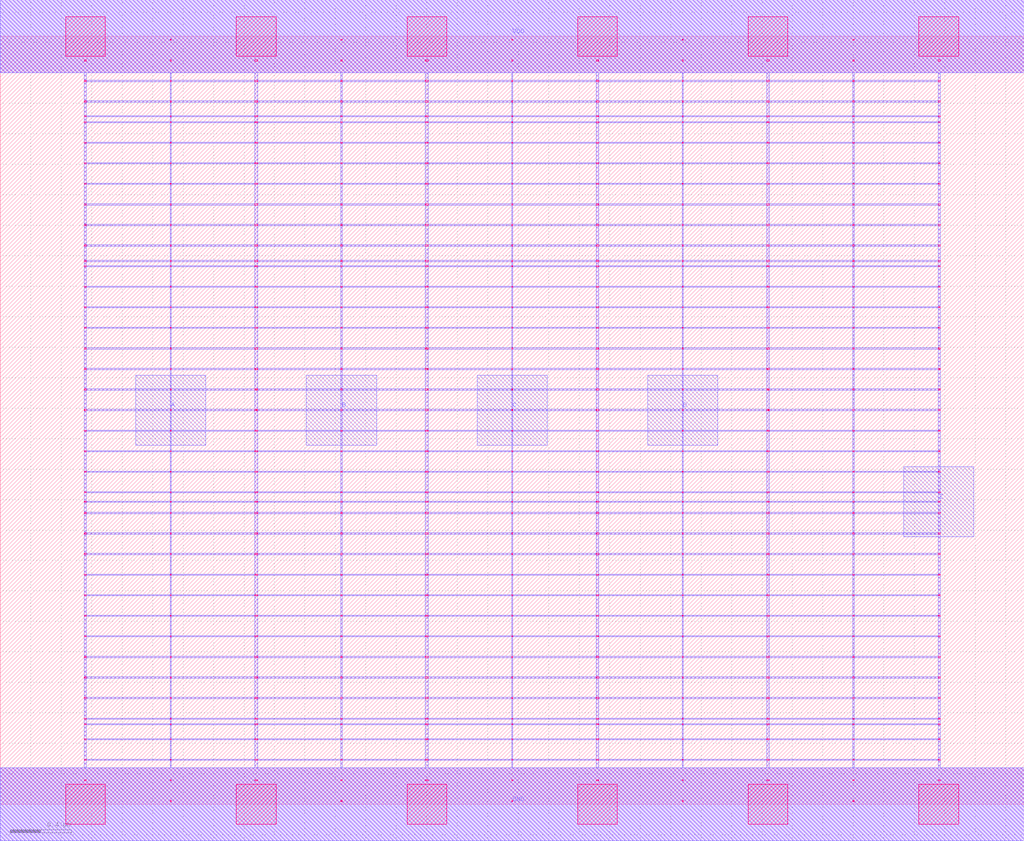
<source format=lef>
MACRO AND4_DEBUG
 CLASS CORE ;
 FOREIGN AND4_DEBUG 0 0 ;
 SIZE 6.72 BY 5.04 ;
 ORIGIN 0 0 ;
 SYMMETRY X Y R90 ;
 SITE unit ;
  PIN VDD
   DIRECTION INOUT ;
   USE SIGNAL ;
   SHAPE ABUTMENT ;
    PORT
     CLASS CORE ;
       LAYER met1 ;
        RECT 0.00000000 4.80000000 6.72000000 5.28000000 ;
       LAYER met2 ;
        RECT 0.00000000 4.80000000 6.72000000 5.28000000 ;
    END
  END VDD

  PIN GND
   DIRECTION INOUT ;
   USE SIGNAL ;
   SHAPE ABUTMENT ;
    PORT
     CLASS CORE ;
       LAYER met1 ;
        RECT 0.00000000 -0.24000000 6.72000000 0.24000000 ;
       LAYER met2 ;
        RECT 0.00000000 -0.24000000 6.72000000 0.24000000 ;
    END
  END GND

  PIN Z
   DIRECTION INOUT ;
   USE SIGNAL ;
   SHAPE ABUTMENT ;
    PORT
     CLASS CORE ;
       LAYER met2 ;
        RECT 5.93000000 1.75500000 6.39000000 2.21500000 ;
    END
  END Z

  PIN D
   DIRECTION INOUT ;
   USE SIGNAL ;
   SHAPE ABUTMENT ;
    PORT
     CLASS CORE ;
       LAYER met2 ;
        RECT 4.25000000 2.35700000 4.71000000 2.81700000 ;
    END
  END D

  PIN B
   DIRECTION INOUT ;
   USE SIGNAL ;
   SHAPE ABUTMENT ;
    PORT
     CLASS CORE ;
       LAYER met2 ;
        RECT 2.01000000 2.35700000 2.47000000 2.81700000 ;
    END
  END B

  PIN A
   DIRECTION INOUT ;
   USE SIGNAL ;
   SHAPE ABUTMENT ;
    PORT
     CLASS CORE ;
       LAYER met2 ;
        RECT 0.89000000 2.35700000 1.35000000 2.81700000 ;
    END
  END A

  PIN C
   DIRECTION INOUT ;
   USE SIGNAL ;
   SHAPE ABUTMENT ;
    PORT
     CLASS CORE ;
       LAYER met2 ;
        RECT 3.13000000 2.35700000 3.59000000 2.81700000 ;
    END
  END C

 OBS
    LAYER polycont ;
     RECT 0.55100000 2.58300000 0.56400000 2.59100000 ;
     RECT 1.11600000 2.58300000 1.12400000 2.59100000 ;
     RECT 1.67100000 2.58300000 1.68900000 2.59100000 ;
     RECT 2.23600000 2.58300000 2.24400000 2.59100000 ;
     RECT 2.79100000 2.58300000 2.80900000 2.59100000 ;
     RECT 3.35600000 2.58300000 3.36400000 2.59100000 ;
     RECT 3.91100000 2.58300000 3.92900000 2.59100000 ;
     RECT 4.47600000 2.58300000 4.48400000 2.59100000 ;
     RECT 5.03100000 2.58300000 5.04900000 2.59100000 ;
     RECT 5.59600000 2.58300000 5.60400000 2.59100000 ;
     RECT 6.15600000 2.58300000 6.16900000 2.59100000 ;
     RECT 0.55100000 2.71800000 0.56400000 2.72600000 ;
     RECT 1.11600000 2.71800000 1.12400000 2.72600000 ;
     RECT 1.67100000 2.71800000 1.68900000 2.72600000 ;
     RECT 2.23600000 2.71800000 2.24400000 2.72600000 ;
     RECT 2.79100000 2.71800000 2.80900000 2.72600000 ;
     RECT 3.35600000 2.71800000 3.36400000 2.72600000 ;
     RECT 3.91100000 2.71800000 3.92900000 2.72600000 ;
     RECT 4.47600000 2.71800000 4.48400000 2.72600000 ;
     RECT 5.03100000 2.71800000 5.04900000 2.72600000 ;
     RECT 5.59600000 2.71800000 5.60400000 2.72600000 ;
     RECT 6.15600000 2.71800000 6.16900000 2.72600000 ;
     RECT 0.55100000 2.85300000 0.56400000 2.86100000 ;
     RECT 1.11600000 2.85300000 1.12400000 2.86100000 ;
     RECT 1.67100000 2.85300000 1.68900000 2.86100000 ;
     RECT 2.23600000 2.85300000 2.24400000 2.86100000 ;
     RECT 2.79100000 2.85300000 2.80900000 2.86100000 ;
     RECT 3.35600000 2.85300000 3.36400000 2.86100000 ;
     RECT 3.91100000 2.85300000 3.92900000 2.86100000 ;
     RECT 4.47600000 2.85300000 4.48400000 2.86100000 ;
     RECT 5.03100000 2.85300000 5.04900000 2.86100000 ;
     RECT 5.59600000 2.85300000 5.60400000 2.86100000 ;
     RECT 6.15600000 2.85300000 6.16900000 2.86100000 ;
     RECT 0.55100000 2.98800000 0.56400000 2.99600000 ;
     RECT 1.11600000 2.98800000 1.12400000 2.99600000 ;
     RECT 1.67100000 2.98800000 1.68900000 2.99600000 ;
     RECT 2.23600000 2.98800000 2.24400000 2.99600000 ;
     RECT 2.79100000 2.98800000 2.80900000 2.99600000 ;
     RECT 3.35600000 2.98800000 3.36400000 2.99600000 ;
     RECT 3.91100000 2.98800000 3.92900000 2.99600000 ;
     RECT 4.47600000 2.98800000 4.48400000 2.99600000 ;
     RECT 5.03100000 2.98800000 5.04900000 2.99600000 ;
     RECT 5.59600000 2.98800000 5.60400000 2.99600000 ;
     RECT 6.15600000 2.98800000 6.16900000 2.99600000 ;

    LAYER pdiffc ;
     RECT 0.55100000 3.39300000 0.55900000 3.40100000 ;
     RECT 6.16100000 3.39300000 6.16900000 3.40100000 ;
     RECT 0.55100000 3.52800000 0.55900000 3.53600000 ;
     RECT 6.16100000 3.52800000 6.16900000 3.53600000 ;
     RECT 0.55100000 3.56100000 0.55900000 3.56900000 ;
     RECT 6.16100000 3.56100000 6.16900000 3.56900000 ;
     RECT 0.55100000 3.66300000 0.55900000 3.67100000 ;
     RECT 6.16100000 3.66300000 6.16900000 3.67100000 ;
     RECT 0.55100000 3.79800000 0.55900000 3.80600000 ;
     RECT 6.16100000 3.79800000 6.16900000 3.80600000 ;
     RECT 0.55100000 3.93300000 0.55900000 3.94100000 ;
     RECT 6.16100000 3.93300000 6.16900000 3.94100000 ;
     RECT 0.55100000 4.06800000 0.55900000 4.07600000 ;
     RECT 6.16100000 4.06800000 6.16900000 4.07600000 ;
     RECT 0.55100000 4.20300000 0.55900000 4.21100000 ;
     RECT 6.16100000 4.20300000 6.16900000 4.21100000 ;
     RECT 0.55100000 4.33800000 0.55900000 4.34600000 ;
     RECT 6.16100000 4.33800000 6.16900000 4.34600000 ;
     RECT 0.55100000 4.47300000 0.55900000 4.48100000 ;
     RECT 6.16100000 4.47300000 6.16900000 4.48100000 ;
     RECT 0.55100000 4.51100000 0.55900000 4.51900000 ;
     RECT 6.16100000 4.51100000 6.16900000 4.51900000 ;
     RECT 0.55100000 4.60800000 0.55900000 4.61600000 ;
     RECT 6.16100000 4.60800000 6.16900000 4.61600000 ;

    LAYER ndiffc ;
     RECT 0.55100000 0.42300000 0.56400000 0.43100000 ;
     RECT 1.67100000 0.42300000 1.68900000 0.43100000 ;
     RECT 2.79100000 0.42300000 2.80900000 0.43100000 ;
     RECT 3.91100000 0.42300000 3.92900000 0.43100000 ;
     RECT 5.03100000 0.42300000 5.04900000 0.43100000 ;
     RECT 6.15600000 0.42300000 6.16900000 0.43100000 ;
     RECT 0.55100000 0.52100000 0.56400000 0.52900000 ;
     RECT 1.67100000 0.52100000 1.68900000 0.52900000 ;
     RECT 2.79100000 0.52100000 2.80900000 0.52900000 ;
     RECT 3.91100000 0.52100000 3.92900000 0.52900000 ;
     RECT 5.03100000 0.52100000 5.04900000 0.52900000 ;
     RECT 6.15600000 0.52100000 6.16900000 0.52900000 ;
     RECT 0.55100000 0.55800000 0.56400000 0.56600000 ;
     RECT 1.67100000 0.55800000 1.68900000 0.56600000 ;
     RECT 2.79100000 0.55800000 2.80900000 0.56600000 ;
     RECT 3.91100000 0.55800000 3.92900000 0.56600000 ;
     RECT 5.03100000 0.55800000 5.04900000 0.56600000 ;
     RECT 6.15600000 0.55800000 6.16900000 0.56600000 ;
     RECT 0.55100000 0.69300000 0.56400000 0.70100000 ;
     RECT 1.67100000 0.69300000 1.68900000 0.70100000 ;
     RECT 2.79100000 0.69300000 2.80900000 0.70100000 ;
     RECT 3.91100000 0.69300000 3.92900000 0.70100000 ;
     RECT 5.03100000 0.69300000 5.04900000 0.70100000 ;
     RECT 6.15600000 0.69300000 6.16900000 0.70100000 ;
     RECT 0.55100000 0.82800000 0.56400000 0.83600000 ;
     RECT 1.67100000 0.82800000 1.68900000 0.83600000 ;
     RECT 2.79100000 0.82800000 2.80900000 0.83600000 ;
     RECT 3.91100000 0.82800000 3.92900000 0.83600000 ;
     RECT 5.03100000 0.82800000 5.04900000 0.83600000 ;
     RECT 6.15600000 0.82800000 6.16900000 0.83600000 ;
     RECT 0.55100000 0.96300000 0.56400000 0.97100000 ;
     RECT 1.67100000 0.96300000 1.68900000 0.97100000 ;
     RECT 2.79100000 0.96300000 2.80900000 0.97100000 ;
     RECT 3.91100000 0.96300000 3.92900000 0.97100000 ;
     RECT 5.03100000 0.96300000 5.04900000 0.97100000 ;
     RECT 6.15600000 0.96300000 6.16900000 0.97100000 ;
     RECT 0.55100000 1.09800000 0.56400000 1.10600000 ;
     RECT 1.67100000 1.09800000 1.68900000 1.10600000 ;
     RECT 2.79100000 1.09800000 2.80900000 1.10600000 ;
     RECT 3.91100000 1.09800000 3.92900000 1.10600000 ;
     RECT 5.03100000 1.09800000 5.04900000 1.10600000 ;
     RECT 6.15600000 1.09800000 6.16900000 1.10600000 ;
     RECT 0.55100000 1.23300000 0.56400000 1.24100000 ;
     RECT 1.67100000 1.23300000 1.68900000 1.24100000 ;
     RECT 2.79100000 1.23300000 2.80900000 1.24100000 ;
     RECT 3.91100000 1.23300000 3.92900000 1.24100000 ;
     RECT 5.03100000 1.23300000 5.04900000 1.24100000 ;
     RECT 6.15600000 1.23300000 6.16900000 1.24100000 ;
     RECT 0.55100000 1.36800000 0.56400000 1.37600000 ;
     RECT 1.67100000 1.36800000 1.68900000 1.37600000 ;
     RECT 2.79100000 1.36800000 2.80900000 1.37600000 ;
     RECT 3.91100000 1.36800000 3.92900000 1.37600000 ;
     RECT 5.03100000 1.36800000 5.04900000 1.37600000 ;
     RECT 6.15600000 1.36800000 6.16900000 1.37600000 ;
     RECT 0.55100000 1.50300000 0.56400000 1.51100000 ;
     RECT 1.67100000 1.50300000 1.68900000 1.51100000 ;
     RECT 2.79100000 1.50300000 2.80900000 1.51100000 ;
     RECT 3.91100000 1.50300000 3.92900000 1.51100000 ;
     RECT 5.03100000 1.50300000 5.04900000 1.51100000 ;
     RECT 6.15600000 1.50300000 6.16900000 1.51100000 ;
     RECT 0.55100000 1.63800000 0.56400000 1.64600000 ;
     RECT 1.67100000 1.63800000 1.68900000 1.64600000 ;
     RECT 2.79100000 1.63800000 2.80900000 1.64600000 ;
     RECT 3.91100000 1.63800000 3.92900000 1.64600000 ;
     RECT 5.03100000 1.63800000 5.04900000 1.64600000 ;
     RECT 6.15600000 1.63800000 6.16900000 1.64600000 ;
     RECT 0.55100000 1.77300000 0.56400000 1.78100000 ;
     RECT 1.67100000 1.77300000 1.68900000 1.78100000 ;
     RECT 2.79100000 1.77300000 2.80900000 1.78100000 ;
     RECT 3.91100000 1.77300000 3.92900000 1.78100000 ;
     RECT 5.03100000 1.77300000 5.04900000 1.78100000 ;
     RECT 6.15600000 1.77300000 6.16900000 1.78100000 ;
     RECT 0.55100000 1.90800000 0.56400000 1.91600000 ;
     RECT 1.67100000 1.90800000 1.68900000 1.91600000 ;
     RECT 2.79100000 1.90800000 2.80900000 1.91600000 ;
     RECT 3.91100000 1.90800000 3.92900000 1.91600000 ;
     RECT 5.03100000 1.90800000 5.04900000 1.91600000 ;
     RECT 6.15600000 1.90800000 6.16900000 1.91600000 ;
     RECT 0.55100000 1.98100000 0.56400000 1.98900000 ;
     RECT 1.67100000 1.98100000 1.68900000 1.98900000 ;
     RECT 2.79100000 1.98100000 2.80900000 1.98900000 ;
     RECT 3.91100000 1.98100000 3.92900000 1.98900000 ;
     RECT 5.03100000 1.98100000 5.04900000 1.98900000 ;
     RECT 6.15600000 1.98100000 6.16900000 1.98900000 ;
     RECT 0.55100000 2.04300000 0.56400000 2.05100000 ;
     RECT 1.67100000 2.04300000 1.68900000 2.05100000 ;
     RECT 2.79100000 2.04300000 2.80900000 2.05100000 ;
     RECT 3.91100000 2.04300000 3.92900000 2.05100000 ;
     RECT 5.03100000 2.04300000 5.04900000 2.05100000 ;
     RECT 6.15600000 2.04300000 6.16900000 2.05100000 ;

    LAYER met1 ;
     RECT 0.00000000 -0.24000000 6.72000000 0.24000000 ;
     RECT 3.35600000 0.24000000 3.36400000 0.28800000 ;
     RECT 0.55100000 0.28800000 6.16900000 0.29600000 ;
     RECT 3.35600000 0.29600000 3.36400000 0.42300000 ;
     RECT 0.55100000 0.42300000 6.16900000 0.43100000 ;
     RECT 3.35600000 0.43100000 3.36400000 0.52100000 ;
     RECT 0.55100000 0.52100000 6.16900000 0.52900000 ;
     RECT 3.35600000 0.52900000 3.36400000 0.55800000 ;
     RECT 0.55100000 0.55800000 6.16900000 0.56600000 ;
     RECT 3.35600000 0.56600000 3.36400000 0.69300000 ;
     RECT 0.55100000 0.69300000 6.16900000 0.70100000 ;
     RECT 3.35600000 0.70100000 3.36400000 0.82800000 ;
     RECT 0.55100000 0.82800000 6.16900000 0.83600000 ;
     RECT 3.35600000 0.83600000 3.36400000 0.96300000 ;
     RECT 0.55100000 0.96300000 6.16900000 0.97100000 ;
     RECT 3.35600000 0.97100000 3.36400000 1.09800000 ;
     RECT 0.55100000 1.09800000 6.16900000 1.10600000 ;
     RECT 3.35600000 1.10600000 3.36400000 1.23300000 ;
     RECT 0.55100000 1.23300000 6.16900000 1.24100000 ;
     RECT 3.35600000 1.24100000 3.36400000 1.36800000 ;
     RECT 0.55100000 1.36800000 6.16900000 1.37600000 ;
     RECT 3.35600000 1.37600000 3.36400000 1.50300000 ;
     RECT 0.55100000 1.50300000 6.16900000 1.51100000 ;
     RECT 3.35600000 1.51100000 3.36400000 1.63800000 ;
     RECT 0.55100000 1.63800000 6.16900000 1.64600000 ;
     RECT 3.35600000 1.64600000 3.36400000 1.77300000 ;
     RECT 0.55100000 1.77300000 6.16900000 1.78100000 ;
     RECT 3.35600000 1.78100000 3.36400000 1.90800000 ;
     RECT 0.55100000 1.90800000 6.16900000 1.91600000 ;
     RECT 3.35600000 1.91600000 3.36400000 1.98100000 ;
     RECT 0.55100000 1.98100000 6.16900000 1.98900000 ;
     RECT 3.35600000 1.98900000 3.36400000 2.04300000 ;
     RECT 0.55100000 2.04300000 6.16900000 2.05100000 ;
     RECT 3.35600000 2.05100000 3.36400000 2.17800000 ;
     RECT 0.55100000 2.17800000 6.16900000 2.18600000 ;
     RECT 3.35600000 2.18600000 3.36400000 2.31300000 ;
     RECT 0.55100000 2.31300000 6.16900000 2.32100000 ;
     RECT 3.35600000 2.32100000 3.36400000 2.44800000 ;
     RECT 0.55100000 2.44800000 6.16900000 2.45600000 ;
     RECT 0.55100000 2.45600000 0.56400000 2.58300000 ;
     RECT 1.11600000 2.45600000 1.12400000 2.58300000 ;
     RECT 1.67100000 2.45600000 1.68900000 2.58300000 ;
     RECT 2.23600000 2.45600000 2.24400000 2.58300000 ;
     RECT 2.79100000 2.45600000 2.80900000 2.58300000 ;
     RECT 3.35600000 2.45600000 3.36400000 2.58300000 ;
     RECT 3.91100000 2.45600000 3.92900000 2.58300000 ;
     RECT 4.47600000 2.45600000 4.48400000 2.58300000 ;
     RECT 5.03100000 2.45600000 5.04900000 2.58300000 ;
     RECT 5.59600000 2.45600000 5.60400000 2.58300000 ;
     RECT 6.15600000 2.45600000 6.16900000 2.58300000 ;
     RECT 0.55100000 2.58300000 6.16900000 2.59100000 ;
     RECT 3.35600000 2.59100000 3.36400000 2.71800000 ;
     RECT 0.55100000 2.71800000 6.16900000 2.72600000 ;
     RECT 3.35600000 2.72600000 3.36400000 2.85300000 ;
     RECT 0.55100000 2.85300000 6.16900000 2.86100000 ;
     RECT 3.35600000 2.86100000 3.36400000 2.98800000 ;
     RECT 0.55100000 2.98800000 6.16900000 2.99600000 ;
     RECT 3.35600000 2.99600000 3.36400000 3.12300000 ;
     RECT 0.55100000 3.12300000 6.16900000 3.13100000 ;
     RECT 3.35600000 3.13100000 3.36400000 3.25800000 ;
     RECT 0.55100000 3.25800000 6.16900000 3.26600000 ;
     RECT 3.35600000 3.26600000 3.36400000 3.39300000 ;
     RECT 0.55100000 3.39300000 6.16900000 3.40100000 ;
     RECT 3.35600000 3.40100000 3.36400000 3.52800000 ;
     RECT 0.55100000 3.52800000 6.16900000 3.53600000 ;
     RECT 3.35600000 3.53600000 3.36400000 3.56100000 ;
     RECT 0.55100000 3.56100000 6.16900000 3.56900000 ;
     RECT 3.35600000 3.56900000 3.36400000 3.66300000 ;
     RECT 0.55100000 3.66300000 6.16900000 3.67100000 ;
     RECT 3.35600000 3.67100000 3.36400000 3.79800000 ;
     RECT 0.55100000 3.79800000 6.16900000 3.80600000 ;
     RECT 3.35600000 3.80600000 3.36400000 3.93300000 ;
     RECT 0.55100000 3.93300000 6.16900000 3.94100000 ;
     RECT 3.35600000 3.94100000 3.36400000 4.06800000 ;
     RECT 0.55100000 4.06800000 6.16900000 4.07600000 ;
     RECT 3.35600000 4.07600000 3.36400000 4.20300000 ;
     RECT 0.55100000 4.20300000 6.16900000 4.21100000 ;
     RECT 3.35600000 4.21100000 3.36400000 4.33800000 ;
     RECT 0.55100000 4.33800000 6.16900000 4.34600000 ;
     RECT 3.35600000 4.34600000 3.36400000 4.47300000 ;
     RECT 0.55100000 4.47300000 6.16900000 4.48100000 ;
     RECT 3.35600000 4.48100000 3.36400000 4.51100000 ;
     RECT 0.55100000 4.51100000 6.16900000 4.51900000 ;
     RECT 3.35600000 4.51900000 3.36400000 4.60800000 ;
     RECT 0.55100000 4.60800000 6.16900000 4.61600000 ;
     RECT 3.35600000 4.61600000 3.36400000 4.74300000 ;
     RECT 0.55100000 4.74300000 6.16900000 4.75100000 ;
     RECT 3.35600000 4.75100000 3.36400000 4.80000000 ;
     RECT 0.00000000 4.80000000 6.72000000 5.28000000 ;
     RECT 5.03100000 3.26600000 5.04900000 3.39300000 ;
     RECT 5.59600000 3.26600000 5.60400000 3.39300000 ;
     RECT 6.15600000 3.26600000 6.16900000 3.39300000 ;
     RECT 5.59600000 2.72600000 5.60400000 2.85300000 ;
     RECT 6.15600000 2.72600000 6.16900000 2.85300000 ;
     RECT 3.91100000 3.40100000 3.92900000 3.52800000 ;
     RECT 4.47600000 3.40100000 4.48400000 3.52800000 ;
     RECT 5.03100000 3.40100000 5.04900000 3.52800000 ;
     RECT 5.59600000 3.40100000 5.60400000 3.52800000 ;
     RECT 6.15600000 3.40100000 6.16900000 3.52800000 ;
     RECT 5.03100000 2.59100000 5.04900000 2.71800000 ;
     RECT 5.59600000 2.59100000 5.60400000 2.71800000 ;
     RECT 3.91100000 3.53600000 3.92900000 3.56100000 ;
     RECT 4.47600000 3.53600000 4.48400000 3.56100000 ;
     RECT 5.03100000 3.53600000 5.04900000 3.56100000 ;
     RECT 5.59600000 3.53600000 5.60400000 3.56100000 ;
     RECT 6.15600000 3.53600000 6.16900000 3.56100000 ;
     RECT 3.91100000 2.86100000 3.92900000 2.98800000 ;
     RECT 4.47600000 2.86100000 4.48400000 2.98800000 ;
     RECT 3.91100000 3.56900000 3.92900000 3.66300000 ;
     RECT 4.47600000 3.56900000 4.48400000 3.66300000 ;
     RECT 5.03100000 3.56900000 5.04900000 3.66300000 ;
     RECT 5.59600000 3.56900000 5.60400000 3.66300000 ;
     RECT 6.15600000 3.56900000 6.16900000 3.66300000 ;
     RECT 5.03100000 2.86100000 5.04900000 2.98800000 ;
     RECT 5.59600000 2.86100000 5.60400000 2.98800000 ;
     RECT 3.91100000 3.67100000 3.92900000 3.79800000 ;
     RECT 4.47600000 3.67100000 4.48400000 3.79800000 ;
     RECT 5.03100000 3.67100000 5.04900000 3.79800000 ;
     RECT 5.59600000 3.67100000 5.60400000 3.79800000 ;
     RECT 6.15600000 3.67100000 6.16900000 3.79800000 ;
     RECT 6.15600000 2.86100000 6.16900000 2.98800000 ;
     RECT 6.15600000 2.59100000 6.16900000 2.71800000 ;
     RECT 3.91100000 3.80600000 3.92900000 3.93300000 ;
     RECT 4.47600000 3.80600000 4.48400000 3.93300000 ;
     RECT 5.03100000 3.80600000 5.04900000 3.93300000 ;
     RECT 5.59600000 3.80600000 5.60400000 3.93300000 ;
     RECT 6.15600000 3.80600000 6.16900000 3.93300000 ;
     RECT 3.91100000 2.59100000 3.92900000 2.71800000 ;
     RECT 3.91100000 2.99600000 3.92900000 3.12300000 ;
     RECT 3.91100000 3.94100000 3.92900000 4.06800000 ;
     RECT 4.47600000 3.94100000 4.48400000 4.06800000 ;
     RECT 5.03100000 3.94100000 5.04900000 4.06800000 ;
     RECT 5.59600000 3.94100000 5.60400000 4.06800000 ;
     RECT 6.15600000 3.94100000 6.16900000 4.06800000 ;
     RECT 4.47600000 2.99600000 4.48400000 3.12300000 ;
     RECT 5.03100000 2.99600000 5.04900000 3.12300000 ;
     RECT 3.91100000 4.07600000 3.92900000 4.20300000 ;
     RECT 4.47600000 4.07600000 4.48400000 4.20300000 ;
     RECT 5.03100000 4.07600000 5.04900000 4.20300000 ;
     RECT 5.59600000 4.07600000 5.60400000 4.20300000 ;
     RECT 6.15600000 4.07600000 6.16900000 4.20300000 ;
     RECT 5.59600000 2.99600000 5.60400000 3.12300000 ;
     RECT 6.15600000 2.99600000 6.16900000 3.12300000 ;
     RECT 3.91100000 4.21100000 3.92900000 4.33800000 ;
     RECT 4.47600000 4.21100000 4.48400000 4.33800000 ;
     RECT 5.03100000 4.21100000 5.04900000 4.33800000 ;
     RECT 5.59600000 4.21100000 5.60400000 4.33800000 ;
     RECT 6.15600000 4.21100000 6.16900000 4.33800000 ;
     RECT 4.47600000 2.59100000 4.48400000 2.71800000 ;
     RECT 3.91100000 2.72600000 3.92900000 2.85300000 ;
     RECT 3.91100000 4.34600000 3.92900000 4.47300000 ;
     RECT 4.47600000 4.34600000 4.48400000 4.47300000 ;
     RECT 5.03100000 4.34600000 5.04900000 4.47300000 ;
     RECT 5.59600000 4.34600000 5.60400000 4.47300000 ;
     RECT 6.15600000 4.34600000 6.16900000 4.47300000 ;
     RECT 3.91100000 3.13100000 3.92900000 3.25800000 ;
     RECT 4.47600000 3.13100000 4.48400000 3.25800000 ;
     RECT 3.91100000 4.48100000 3.92900000 4.51100000 ;
     RECT 4.47600000 4.48100000 4.48400000 4.51100000 ;
     RECT 5.03100000 4.48100000 5.04900000 4.51100000 ;
     RECT 5.59600000 4.48100000 5.60400000 4.51100000 ;
     RECT 6.15600000 4.48100000 6.16900000 4.51100000 ;
     RECT 5.03100000 3.13100000 5.04900000 3.25800000 ;
     RECT 5.59600000 3.13100000 5.60400000 3.25800000 ;
     RECT 3.91100000 4.51900000 3.92900000 4.60800000 ;
     RECT 4.47600000 4.51900000 4.48400000 4.60800000 ;
     RECT 5.03100000 4.51900000 5.04900000 4.60800000 ;
     RECT 5.59600000 4.51900000 5.60400000 4.60800000 ;
     RECT 6.15600000 4.51900000 6.16900000 4.60800000 ;
     RECT 6.15600000 3.13100000 6.16900000 3.25800000 ;
     RECT 4.47600000 2.72600000 4.48400000 2.85300000 ;
     RECT 3.91100000 4.61600000 3.92900000 4.74300000 ;
     RECT 4.47600000 4.61600000 4.48400000 4.74300000 ;
     RECT 5.03100000 4.61600000 5.04900000 4.74300000 ;
     RECT 5.59600000 4.61600000 5.60400000 4.74300000 ;
     RECT 6.15600000 4.61600000 6.16900000 4.74300000 ;
     RECT 5.03100000 2.72600000 5.04900000 2.85300000 ;
     RECT 3.91100000 3.26600000 3.92900000 3.39300000 ;
     RECT 3.91100000 4.75100000 3.92900000 4.80000000 ;
     RECT 4.47600000 4.75100000 4.48400000 4.80000000 ;
     RECT 5.03100000 4.75100000 5.04900000 4.80000000 ;
     RECT 5.59600000 4.75100000 5.60400000 4.80000000 ;
     RECT 6.15600000 4.75100000 6.16900000 4.80000000 ;
     RECT 4.47600000 3.26600000 4.48400000 3.39300000 ;
     RECT 1.11600000 3.94100000 1.12400000 4.06800000 ;
     RECT 1.67100000 3.94100000 1.68900000 4.06800000 ;
     RECT 2.23600000 3.94100000 2.24400000 4.06800000 ;
     RECT 2.79100000 3.94100000 2.80900000 4.06800000 ;
     RECT 0.55100000 2.72600000 0.56400000 2.85300000 ;
     RECT 1.11600000 2.72600000 1.12400000 2.85300000 ;
     RECT 0.55100000 2.86100000 0.56400000 2.98800000 ;
     RECT 1.11600000 2.86100000 1.12400000 2.98800000 ;
     RECT 1.67100000 2.86100000 1.68900000 2.98800000 ;
     RECT 2.23600000 2.86100000 2.24400000 2.98800000 ;
     RECT 0.55100000 3.13100000 0.56400000 3.25800000 ;
     RECT 0.55100000 4.07600000 0.56400000 4.20300000 ;
     RECT 1.11600000 4.07600000 1.12400000 4.20300000 ;
     RECT 1.67100000 4.07600000 1.68900000 4.20300000 ;
     RECT 2.23600000 4.07600000 2.24400000 4.20300000 ;
     RECT 2.79100000 4.07600000 2.80900000 4.20300000 ;
     RECT 0.55100000 3.53600000 0.56400000 3.56100000 ;
     RECT 1.11600000 3.53600000 1.12400000 3.56100000 ;
     RECT 1.67100000 3.53600000 1.68900000 3.56100000 ;
     RECT 2.23600000 3.53600000 2.24400000 3.56100000 ;
     RECT 2.79100000 3.53600000 2.80900000 3.56100000 ;
     RECT 1.11600000 3.13100000 1.12400000 3.25800000 ;
     RECT 1.67100000 3.13100000 1.68900000 3.25800000 ;
     RECT 0.55100000 4.21100000 0.56400000 4.33800000 ;
     RECT 1.11600000 4.21100000 1.12400000 4.33800000 ;
     RECT 1.67100000 4.21100000 1.68900000 4.33800000 ;
     RECT 2.23600000 4.21100000 2.24400000 4.33800000 ;
     RECT 2.79100000 4.21100000 2.80900000 4.33800000 ;
     RECT 2.23600000 3.13100000 2.24400000 3.25800000 ;
     RECT 2.79100000 3.13100000 2.80900000 3.25800000 ;
     RECT 2.79100000 2.86100000 2.80900000 2.98800000 ;
     RECT 1.67100000 2.72600000 1.68900000 2.85300000 ;
     RECT 2.23600000 2.72600000 2.24400000 2.85300000 ;
     RECT 0.55100000 3.56900000 0.56400000 3.66300000 ;
     RECT 1.11600000 3.56900000 1.12400000 3.66300000 ;
     RECT 0.55100000 4.34600000 0.56400000 4.47300000 ;
     RECT 1.11600000 4.34600000 1.12400000 4.47300000 ;
     RECT 1.67100000 4.34600000 1.68900000 4.47300000 ;
     RECT 2.23600000 4.34600000 2.24400000 4.47300000 ;
     RECT 2.79100000 4.34600000 2.80900000 4.47300000 ;
     RECT 1.67100000 3.56900000 1.68900000 3.66300000 ;
     RECT 2.23600000 3.56900000 2.24400000 3.66300000 ;
     RECT 2.79100000 3.56900000 2.80900000 3.66300000 ;
     RECT 2.79100000 2.72600000 2.80900000 2.85300000 ;
     RECT 1.67100000 2.59100000 1.68900000 2.71800000 ;
     RECT 2.23600000 2.59100000 2.24400000 2.71800000 ;
     RECT 2.79100000 2.59100000 2.80900000 2.71800000 ;
     RECT 0.55100000 4.48100000 0.56400000 4.51100000 ;
     RECT 1.11600000 4.48100000 1.12400000 4.51100000 ;
     RECT 1.67100000 4.48100000 1.68900000 4.51100000 ;
     RECT 2.23600000 4.48100000 2.24400000 4.51100000 ;
     RECT 2.79100000 4.48100000 2.80900000 4.51100000 ;
     RECT 0.55100000 3.26600000 0.56400000 3.39300000 ;
     RECT 1.11600000 3.26600000 1.12400000 3.39300000 ;
     RECT 1.67100000 3.26600000 1.68900000 3.39300000 ;
     RECT 0.55100000 3.67100000 0.56400000 3.79800000 ;
     RECT 1.11600000 3.67100000 1.12400000 3.79800000 ;
     RECT 1.67100000 3.67100000 1.68900000 3.79800000 ;
     RECT 2.23600000 3.67100000 2.24400000 3.79800000 ;
     RECT 0.55100000 4.51900000 0.56400000 4.60800000 ;
     RECT 1.11600000 4.51900000 1.12400000 4.60800000 ;
     RECT 1.67100000 4.51900000 1.68900000 4.60800000 ;
     RECT 2.23600000 4.51900000 2.24400000 4.60800000 ;
     RECT 2.79100000 4.51900000 2.80900000 4.60800000 ;
     RECT 2.79100000 3.67100000 2.80900000 3.79800000 ;
     RECT 2.23600000 3.26600000 2.24400000 3.39300000 ;
     RECT 2.79100000 3.26600000 2.80900000 3.39300000 ;
     RECT 0.55100000 2.59100000 0.56400000 2.71800000 ;
     RECT 0.55100000 2.99600000 0.56400000 3.12300000 ;
     RECT 1.11600000 2.99600000 1.12400000 3.12300000 ;
     RECT 1.67100000 2.99600000 1.68900000 3.12300000 ;
     RECT 0.55100000 4.61600000 0.56400000 4.74300000 ;
     RECT 1.11600000 4.61600000 1.12400000 4.74300000 ;
     RECT 1.67100000 4.61600000 1.68900000 4.74300000 ;
     RECT 2.23600000 4.61600000 2.24400000 4.74300000 ;
     RECT 2.79100000 4.61600000 2.80900000 4.74300000 ;
     RECT 2.23600000 2.99600000 2.24400000 3.12300000 ;
     RECT 0.55100000 3.80600000 0.56400000 3.93300000 ;
     RECT 1.11600000 3.80600000 1.12400000 3.93300000 ;
     RECT 1.67100000 3.80600000 1.68900000 3.93300000 ;
     RECT 2.23600000 3.80600000 2.24400000 3.93300000 ;
     RECT 2.79100000 3.80600000 2.80900000 3.93300000 ;
     RECT 2.79100000 2.99600000 2.80900000 3.12300000 ;
     RECT 0.55100000 4.75100000 0.56400000 4.80000000 ;
     RECT 1.11600000 4.75100000 1.12400000 4.80000000 ;
     RECT 1.67100000 4.75100000 1.68900000 4.80000000 ;
     RECT 2.23600000 4.75100000 2.24400000 4.80000000 ;
     RECT 2.79100000 4.75100000 2.80900000 4.80000000 ;
     RECT 1.11600000 2.59100000 1.12400000 2.71800000 ;
     RECT 0.55100000 3.40100000 0.56400000 3.52800000 ;
     RECT 1.11600000 3.40100000 1.12400000 3.52800000 ;
     RECT 1.67100000 3.40100000 1.68900000 3.52800000 ;
     RECT 2.23600000 3.40100000 2.24400000 3.52800000 ;
     RECT 2.79100000 3.40100000 2.80900000 3.52800000 ;
     RECT 0.55100000 3.94100000 0.56400000 4.06800000 ;
     RECT 2.79100000 1.64600000 2.80900000 1.77300000 ;
     RECT 2.23600000 0.52900000 2.24400000 0.55800000 ;
     RECT 2.79100000 0.52900000 2.80900000 0.55800000 ;
     RECT 0.55100000 1.78100000 0.56400000 1.90800000 ;
     RECT 1.11600000 1.78100000 1.12400000 1.90800000 ;
     RECT 1.67100000 1.78100000 1.68900000 1.90800000 ;
     RECT 2.23600000 1.78100000 2.24400000 1.90800000 ;
     RECT 2.79100000 1.78100000 2.80900000 1.90800000 ;
     RECT 1.11600000 0.24000000 1.12400000 0.28800000 ;
     RECT 0.55100000 0.29600000 0.56400000 0.42300000 ;
     RECT 0.55100000 1.91600000 0.56400000 1.98100000 ;
     RECT 1.11600000 1.91600000 1.12400000 1.98100000 ;
     RECT 1.67100000 1.91600000 1.68900000 1.98100000 ;
     RECT 2.23600000 1.91600000 2.24400000 1.98100000 ;
     RECT 2.79100000 1.91600000 2.80900000 1.98100000 ;
     RECT 0.55100000 0.56600000 0.56400000 0.69300000 ;
     RECT 1.11600000 0.56600000 1.12400000 0.69300000 ;
     RECT 0.55100000 1.98900000 0.56400000 2.04300000 ;
     RECT 1.11600000 1.98900000 1.12400000 2.04300000 ;
     RECT 1.67100000 1.98900000 1.68900000 2.04300000 ;
     RECT 2.23600000 1.98900000 2.24400000 2.04300000 ;
     RECT 2.79100000 1.98900000 2.80900000 2.04300000 ;
     RECT 1.67100000 0.56600000 1.68900000 0.69300000 ;
     RECT 2.23600000 0.56600000 2.24400000 0.69300000 ;
     RECT 0.55100000 2.05100000 0.56400000 2.17800000 ;
     RECT 1.11600000 2.05100000 1.12400000 2.17800000 ;
     RECT 1.67100000 2.05100000 1.68900000 2.17800000 ;
     RECT 2.23600000 2.05100000 2.24400000 2.17800000 ;
     RECT 2.79100000 2.05100000 2.80900000 2.17800000 ;
     RECT 2.79100000 0.56600000 2.80900000 0.69300000 ;
     RECT 1.11600000 0.29600000 1.12400000 0.42300000 ;
     RECT 0.55100000 2.18600000 0.56400000 2.31300000 ;
     RECT 1.11600000 2.18600000 1.12400000 2.31300000 ;
     RECT 1.67100000 2.18600000 1.68900000 2.31300000 ;
     RECT 2.23600000 2.18600000 2.24400000 2.31300000 ;
     RECT 2.79100000 2.18600000 2.80900000 2.31300000 ;
     RECT 1.67100000 0.29600000 1.68900000 0.42300000 ;
     RECT 0.55100000 0.70100000 0.56400000 0.82800000 ;
     RECT 0.55100000 2.32100000 0.56400000 2.44800000 ;
     RECT 1.11600000 2.32100000 1.12400000 2.44800000 ;
     RECT 1.67100000 2.32100000 1.68900000 2.44800000 ;
     RECT 2.23600000 2.32100000 2.24400000 2.44800000 ;
     RECT 2.79100000 2.32100000 2.80900000 2.44800000 ;
     RECT 1.11600000 0.70100000 1.12400000 0.82800000 ;
     RECT 1.67100000 0.70100000 1.68900000 0.82800000 ;
     RECT 2.23600000 0.70100000 2.24400000 0.82800000 ;
     RECT 2.79100000 0.70100000 2.80900000 0.82800000 ;
     RECT 2.23600000 0.29600000 2.24400000 0.42300000 ;
     RECT 2.79100000 0.29600000 2.80900000 0.42300000 ;
     RECT 0.55100000 0.83600000 0.56400000 0.96300000 ;
     RECT 1.11600000 0.83600000 1.12400000 0.96300000 ;
     RECT 1.67100000 0.83600000 1.68900000 0.96300000 ;
     RECT 2.23600000 0.83600000 2.24400000 0.96300000 ;
     RECT 2.79100000 0.83600000 2.80900000 0.96300000 ;
     RECT 1.67100000 0.24000000 1.68900000 0.28800000 ;
     RECT 2.23600000 0.24000000 2.24400000 0.28800000 ;
     RECT 0.55100000 0.97100000 0.56400000 1.09800000 ;
     RECT 1.11600000 0.97100000 1.12400000 1.09800000 ;
     RECT 1.67100000 0.97100000 1.68900000 1.09800000 ;
     RECT 2.23600000 0.97100000 2.24400000 1.09800000 ;
     RECT 2.79100000 0.97100000 2.80900000 1.09800000 ;
     RECT 0.55100000 0.43100000 0.56400000 0.52100000 ;
     RECT 1.11600000 0.43100000 1.12400000 0.52100000 ;
     RECT 0.55100000 1.10600000 0.56400000 1.23300000 ;
     RECT 1.11600000 1.10600000 1.12400000 1.23300000 ;
     RECT 1.67100000 1.10600000 1.68900000 1.23300000 ;
     RECT 2.23600000 1.10600000 2.24400000 1.23300000 ;
     RECT 2.79100000 1.10600000 2.80900000 1.23300000 ;
     RECT 1.67100000 0.43100000 1.68900000 0.52100000 ;
     RECT 2.23600000 0.43100000 2.24400000 0.52100000 ;
     RECT 0.55100000 1.24100000 0.56400000 1.36800000 ;
     RECT 1.11600000 1.24100000 1.12400000 1.36800000 ;
     RECT 1.67100000 1.24100000 1.68900000 1.36800000 ;
     RECT 2.23600000 1.24100000 2.24400000 1.36800000 ;
     RECT 2.79100000 1.24100000 2.80900000 1.36800000 ;
     RECT 2.79100000 0.43100000 2.80900000 0.52100000 ;
     RECT 2.79100000 0.24000000 2.80900000 0.28800000 ;
     RECT 0.55100000 1.37600000 0.56400000 1.50300000 ;
     RECT 1.11600000 1.37600000 1.12400000 1.50300000 ;
     RECT 1.67100000 1.37600000 1.68900000 1.50300000 ;
     RECT 2.23600000 1.37600000 2.24400000 1.50300000 ;
     RECT 2.79100000 1.37600000 2.80900000 1.50300000 ;
     RECT 0.55100000 0.24000000 0.56400000 0.28800000 ;
     RECT 0.55100000 0.52900000 0.56400000 0.55800000 ;
     RECT 0.55100000 1.51100000 0.56400000 1.63800000 ;
     RECT 1.11600000 1.51100000 1.12400000 1.63800000 ;
     RECT 1.67100000 1.51100000 1.68900000 1.63800000 ;
     RECT 2.23600000 1.51100000 2.24400000 1.63800000 ;
     RECT 2.79100000 1.51100000 2.80900000 1.63800000 ;
     RECT 1.11600000 0.52900000 1.12400000 0.55800000 ;
     RECT 1.67100000 0.52900000 1.68900000 0.55800000 ;
     RECT 0.55100000 1.64600000 0.56400000 1.77300000 ;
     RECT 1.11600000 1.64600000 1.12400000 1.77300000 ;
     RECT 1.67100000 1.64600000 1.68900000 1.77300000 ;
     RECT 2.23600000 1.64600000 2.24400000 1.77300000 ;
     RECT 5.03100000 0.24000000 5.04900000 0.28800000 ;
     RECT 5.59600000 0.24000000 5.60400000 0.28800000 ;
     RECT 6.15600000 0.24000000 6.16900000 0.28800000 ;
     RECT 3.91100000 1.98900000 3.92900000 2.04300000 ;
     RECT 4.47600000 1.98900000 4.48400000 2.04300000 ;
     RECT 5.03100000 1.98900000 5.04900000 2.04300000 ;
     RECT 5.59600000 1.98900000 5.60400000 2.04300000 ;
     RECT 6.15600000 1.98900000 6.16900000 2.04300000 ;
     RECT 3.91100000 0.70100000 3.92900000 0.82800000 ;
     RECT 4.47600000 0.70100000 4.48400000 0.82800000 ;
     RECT 5.03100000 0.70100000 5.04900000 0.82800000 ;
     RECT 3.91100000 1.24100000 3.92900000 1.36800000 ;
     RECT 4.47600000 1.24100000 4.48400000 1.36800000 ;
     RECT 5.03100000 1.24100000 5.04900000 1.36800000 ;
     RECT 5.59600000 1.24100000 5.60400000 1.36800000 ;
     RECT 3.91100000 2.05100000 3.92900000 2.17800000 ;
     RECT 4.47600000 2.05100000 4.48400000 2.17800000 ;
     RECT 5.03100000 2.05100000 5.04900000 2.17800000 ;
     RECT 5.59600000 2.05100000 5.60400000 2.17800000 ;
     RECT 6.15600000 2.05100000 6.16900000 2.17800000 ;
     RECT 6.15600000 1.24100000 6.16900000 1.36800000 ;
     RECT 5.59600000 0.70100000 5.60400000 0.82800000 ;
     RECT 6.15600000 0.70100000 6.16900000 0.82800000 ;
     RECT 3.91100000 0.24000000 3.92900000 0.28800000 ;
     RECT 3.91100000 0.52900000 3.92900000 0.55800000 ;
     RECT 4.47600000 0.52900000 4.48400000 0.55800000 ;
     RECT 5.03100000 0.52900000 5.04900000 0.55800000 ;
     RECT 3.91100000 2.18600000 3.92900000 2.31300000 ;
     RECT 4.47600000 2.18600000 4.48400000 2.31300000 ;
     RECT 5.03100000 2.18600000 5.04900000 2.31300000 ;
     RECT 5.59600000 2.18600000 5.60400000 2.31300000 ;
     RECT 6.15600000 2.18600000 6.16900000 2.31300000 ;
     RECT 5.59600000 0.52900000 5.60400000 0.55800000 ;
     RECT 3.91100000 1.37600000 3.92900000 1.50300000 ;
     RECT 4.47600000 1.37600000 4.48400000 1.50300000 ;
     RECT 5.03100000 1.37600000 5.04900000 1.50300000 ;
     RECT 5.59600000 1.37600000 5.60400000 1.50300000 ;
     RECT 6.15600000 1.37600000 6.16900000 1.50300000 ;
     RECT 6.15600000 0.52900000 6.16900000 0.55800000 ;
     RECT 3.91100000 2.32100000 3.92900000 2.44800000 ;
     RECT 4.47600000 2.32100000 4.48400000 2.44800000 ;
     RECT 5.03100000 2.32100000 5.04900000 2.44800000 ;
     RECT 5.59600000 2.32100000 5.60400000 2.44800000 ;
     RECT 6.15600000 2.32100000 6.16900000 2.44800000 ;
     RECT 4.47600000 0.24000000 4.48400000 0.28800000 ;
     RECT 3.91100000 0.83600000 3.92900000 0.96300000 ;
     RECT 4.47600000 0.83600000 4.48400000 0.96300000 ;
     RECT 5.03100000 0.83600000 5.04900000 0.96300000 ;
     RECT 5.59600000 0.83600000 5.60400000 0.96300000 ;
     RECT 6.15600000 0.83600000 6.16900000 0.96300000 ;
     RECT 3.91100000 1.51100000 3.92900000 1.63800000 ;
     RECT 4.47600000 1.51100000 4.48400000 1.63800000 ;
     RECT 5.03100000 1.51100000 5.04900000 1.63800000 ;
     RECT 5.59600000 1.51100000 5.60400000 1.63800000 ;
     RECT 6.15600000 1.51100000 6.16900000 1.63800000 ;
     RECT 3.91100000 0.29600000 3.92900000 0.42300000 ;
     RECT 4.47600000 0.29600000 4.48400000 0.42300000 ;
     RECT 3.91100000 0.43100000 3.92900000 0.52100000 ;
     RECT 4.47600000 0.43100000 4.48400000 0.52100000 ;
     RECT 5.03100000 0.43100000 5.04900000 0.52100000 ;
     RECT 5.59600000 0.43100000 5.60400000 0.52100000 ;
     RECT 3.91100000 0.56600000 3.92900000 0.69300000 ;
     RECT 3.91100000 1.64600000 3.92900000 1.77300000 ;
     RECT 4.47600000 1.64600000 4.48400000 1.77300000 ;
     RECT 5.03100000 1.64600000 5.04900000 1.77300000 ;
     RECT 5.59600000 1.64600000 5.60400000 1.77300000 ;
     RECT 6.15600000 1.64600000 6.16900000 1.77300000 ;
     RECT 3.91100000 0.97100000 3.92900000 1.09800000 ;
     RECT 4.47600000 0.97100000 4.48400000 1.09800000 ;
     RECT 5.03100000 0.97100000 5.04900000 1.09800000 ;
     RECT 5.59600000 0.97100000 5.60400000 1.09800000 ;
     RECT 6.15600000 0.97100000 6.16900000 1.09800000 ;
     RECT 4.47600000 0.56600000 4.48400000 0.69300000 ;
     RECT 5.03100000 0.56600000 5.04900000 0.69300000 ;
     RECT 3.91100000 1.78100000 3.92900000 1.90800000 ;
     RECT 4.47600000 1.78100000 4.48400000 1.90800000 ;
     RECT 5.03100000 1.78100000 5.04900000 1.90800000 ;
     RECT 5.59600000 1.78100000 5.60400000 1.90800000 ;
     RECT 6.15600000 1.78100000 6.16900000 1.90800000 ;
     RECT 5.59600000 0.56600000 5.60400000 0.69300000 ;
     RECT 6.15600000 0.56600000 6.16900000 0.69300000 ;
     RECT 6.15600000 0.43100000 6.16900000 0.52100000 ;
     RECT 5.03100000 0.29600000 5.04900000 0.42300000 ;
     RECT 5.59600000 0.29600000 5.60400000 0.42300000 ;
     RECT 3.91100000 1.10600000 3.92900000 1.23300000 ;
     RECT 4.47600000 1.10600000 4.48400000 1.23300000 ;
     RECT 3.91100000 1.91600000 3.92900000 1.98100000 ;
     RECT 4.47600000 1.91600000 4.48400000 1.98100000 ;
     RECT 5.03100000 1.91600000 5.04900000 1.98100000 ;
     RECT 5.59600000 1.91600000 5.60400000 1.98100000 ;
     RECT 6.15600000 1.91600000 6.16900000 1.98100000 ;
     RECT 5.03100000 1.10600000 5.04900000 1.23300000 ;
     RECT 5.59600000 1.10600000 5.60400000 1.23300000 ;
     RECT 6.15600000 1.10600000 6.16900000 1.23300000 ;
     RECT 6.15600000 0.29600000 6.16900000 0.42300000 ;

    LAYER via1 ;
     RECT 3.35600000 0.01800000 3.36400000 0.02600000 ;
     RECT 3.35600000 0.15300000 3.36400000 0.16100000 ;
     RECT 3.35600000 0.28800000 3.36400000 0.29600000 ;
     RECT 3.35600000 0.42300000 3.36400000 0.43100000 ;
     RECT 3.35600000 0.52100000 3.36400000 0.52900000 ;
     RECT 3.35600000 0.55800000 3.36400000 0.56600000 ;
     RECT 3.35600000 0.69300000 3.36400000 0.70100000 ;
     RECT 3.35600000 0.82800000 3.36400000 0.83600000 ;
     RECT 3.35600000 0.96300000 3.36400000 0.97100000 ;
     RECT 3.35600000 1.09800000 3.36400000 1.10600000 ;
     RECT 3.35600000 1.23300000 3.36400000 1.24100000 ;
     RECT 3.35600000 1.36800000 3.36400000 1.37600000 ;
     RECT 3.35600000 1.50300000 3.36400000 1.51100000 ;
     RECT 3.35600000 1.63800000 3.36400000 1.64600000 ;
     RECT 3.35600000 1.77300000 3.36400000 1.78100000 ;
     RECT 3.35600000 1.90800000 3.36400000 1.91600000 ;
     RECT 3.35600000 1.98100000 3.36400000 1.98900000 ;
     RECT 3.35600000 2.04300000 3.36400000 2.05100000 ;
     RECT 3.35600000 2.17800000 3.36400000 2.18600000 ;
     RECT 3.35600000 2.31300000 3.36400000 2.32100000 ;
     RECT 3.35600000 2.44800000 3.36400000 2.45600000 ;
     RECT 3.35600000 2.58300000 3.36400000 2.59100000 ;
     RECT 3.35600000 2.71800000 3.36400000 2.72600000 ;
     RECT 3.35600000 2.85300000 3.36400000 2.86100000 ;
     RECT 3.35600000 2.98800000 3.36400000 2.99600000 ;
     RECT 3.35600000 3.12300000 3.36400000 3.13100000 ;
     RECT 3.35600000 3.25800000 3.36400000 3.26600000 ;
     RECT 3.35600000 3.39300000 3.36400000 3.40100000 ;
     RECT 3.35600000 3.52800000 3.36400000 3.53600000 ;
     RECT 3.35600000 3.56100000 3.36400000 3.56900000 ;
     RECT 3.35600000 3.66300000 3.36400000 3.67100000 ;
     RECT 3.35600000 3.79800000 3.36400000 3.80600000 ;
     RECT 3.35600000 3.93300000 3.36400000 3.94100000 ;
     RECT 3.35600000 4.06800000 3.36400000 4.07600000 ;
     RECT 3.35600000 4.20300000 3.36400000 4.21100000 ;
     RECT 3.35600000 4.33800000 3.36400000 4.34600000 ;
     RECT 3.35600000 4.47300000 3.36400000 4.48100000 ;
     RECT 3.35600000 4.51100000 3.36400000 4.51900000 ;
     RECT 3.35600000 4.60800000 3.36400000 4.61600000 ;
     RECT 3.35600000 4.74300000 3.36400000 4.75100000 ;
     RECT 3.35600000 4.87800000 3.36400000 4.88600000 ;
     RECT 3.35600000 5.01300000 3.36400000 5.02100000 ;
     RECT 5.03100000 3.93300000 5.04900000 3.94100000 ;
     RECT 5.59600000 3.93300000 5.60400000 3.94100000 ;
     RECT 6.15600000 3.93300000 6.16900000 3.94100000 ;
     RECT 5.03100000 4.06800000 5.04900000 4.07600000 ;
     RECT 5.59600000 4.06800000 5.60400000 4.07600000 ;
     RECT 6.15600000 4.06800000 6.16900000 4.07600000 ;
     RECT 5.03100000 4.20300000 5.04900000 4.21100000 ;
     RECT 5.59600000 4.20300000 5.60400000 4.21100000 ;
     RECT 6.15600000 4.20300000 6.16900000 4.21100000 ;
     RECT 5.03100000 4.33800000 5.04900000 4.34600000 ;
     RECT 5.59600000 4.33800000 5.60400000 4.34600000 ;
     RECT 6.15600000 4.33800000 6.16900000 4.34600000 ;
     RECT 5.03100000 4.47300000 5.04900000 4.48100000 ;
     RECT 5.59600000 4.47300000 5.60400000 4.48100000 ;
     RECT 6.15600000 4.47300000 6.16900000 4.48100000 ;
     RECT 5.03100000 4.51100000 5.04900000 4.51900000 ;
     RECT 5.59600000 4.51100000 5.60400000 4.51900000 ;
     RECT 6.15600000 4.51100000 6.16900000 4.51900000 ;
     RECT 5.03100000 4.60800000 5.04900000 4.61600000 ;
     RECT 5.59600000 4.60800000 5.60400000 4.61600000 ;
     RECT 6.15600000 4.60800000 6.16900000 4.61600000 ;
     RECT 5.03100000 4.74300000 5.04900000 4.75100000 ;
     RECT 5.59600000 4.74300000 5.60400000 4.75100000 ;
     RECT 6.15600000 4.74300000 6.16900000 4.75100000 ;
     RECT 5.03100000 4.87800000 5.04900000 4.88600000 ;
     RECT 5.59600000 4.87800000 5.60400000 4.88600000 ;
     RECT 6.15600000 4.87800000 6.16900000 4.88600000 ;
     RECT 5.59600000 5.01300000 5.60400000 5.02100000 ;
     RECT 4.91000000 4.91000000 5.17000000 5.17000000 ;
     RECT 6.03000000 4.91000000 6.29000000 5.17000000 ;
     RECT 3.91100000 4.60800000 3.92900000 4.61600000 ;
     RECT 4.47600000 4.60800000 4.48400000 4.61600000 ;
     RECT 3.91100000 4.20300000 3.92900000 4.21100000 ;
     RECT 4.47600000 4.20300000 4.48400000 4.21100000 ;
     RECT 3.91100000 4.47300000 3.92900000 4.48100000 ;
     RECT 3.91100000 4.74300000 3.92900000 4.75100000 ;
     RECT 4.47600000 4.74300000 4.48400000 4.75100000 ;
     RECT 4.47600000 4.47300000 4.48400000 4.48100000 ;
     RECT 4.47600000 4.06800000 4.48400000 4.07600000 ;
     RECT 4.47600000 3.93300000 4.48400000 3.94100000 ;
     RECT 3.91100000 4.87800000 3.92900000 4.88600000 ;
     RECT 4.47600000 4.87800000 4.48400000 4.88600000 ;
     RECT 3.91100000 3.93300000 3.92900000 3.94100000 ;
     RECT 3.91100000 4.51100000 3.92900000 4.51900000 ;
     RECT 4.47600000 4.51100000 4.48400000 4.51900000 ;
     RECT 4.47600000 5.01300000 4.48400000 5.02100000 ;
     RECT 3.91100000 4.33800000 3.92900000 4.34600000 ;
     RECT 3.79000000 4.91000000 4.05000000 5.17000000 ;
     RECT 4.47600000 4.33800000 4.48400000 4.34600000 ;
     RECT 3.91100000 4.06800000 3.92900000 4.07600000 ;
     RECT 3.91100000 3.56100000 3.92900000 3.56900000 ;
     RECT 4.47600000 3.56100000 4.48400000 3.56900000 ;
     RECT 3.91100000 3.66300000 3.92900000 3.67100000 ;
     RECT 4.47600000 3.66300000 4.48400000 3.67100000 ;
     RECT 4.47600000 2.85300000 4.48400000 2.86100000 ;
     RECT 3.91100000 3.79800000 3.92900000 3.80600000 ;
     RECT 4.47600000 3.79800000 4.48400000 3.80600000 ;
     RECT 3.91100000 3.12300000 3.92900000 3.13100000 ;
     RECT 4.47600000 3.12300000 4.48400000 3.13100000 ;
     RECT 3.91100000 3.25800000 3.92900000 3.26600000 ;
     RECT 3.91100000 2.98800000 3.92900000 2.99600000 ;
     RECT 4.47600000 3.25800000 4.48400000 3.26600000 ;
     RECT 3.91100000 2.58300000 3.92900000 2.59100000 ;
     RECT 4.47600000 2.58300000 4.48400000 2.59100000 ;
     RECT 3.91100000 3.39300000 3.92900000 3.40100000 ;
     RECT 4.47600000 3.39300000 4.48400000 3.40100000 ;
     RECT 4.47600000 2.98800000 4.48400000 2.99600000 ;
     RECT 3.91100000 2.71800000 3.92900000 2.72600000 ;
     RECT 3.91100000 3.52800000 3.92900000 3.53600000 ;
     RECT 4.47600000 3.52800000 4.48400000 3.53600000 ;
     RECT 3.91100000 2.85300000 3.92900000 2.86100000 ;
     RECT 4.47600000 2.71800000 4.48400000 2.72600000 ;
     RECT 5.03100000 3.79800000 5.04900000 3.80600000 ;
     RECT 5.59600000 3.79800000 5.60400000 3.80600000 ;
     RECT 6.15600000 3.79800000 6.16900000 3.80600000 ;
     RECT 5.59600000 2.85300000 5.60400000 2.86100000 ;
     RECT 6.15600000 2.71800000 6.16900000 2.72600000 ;
     RECT 5.03100000 3.12300000 5.04900000 3.13100000 ;
     RECT 5.03100000 3.39300000 5.04900000 3.40100000 ;
     RECT 5.59600000 3.39300000 5.60400000 3.40100000 ;
     RECT 6.15600000 3.39300000 6.16900000 3.40100000 ;
     RECT 6.15600000 2.85300000 6.16900000 2.86100000 ;
     RECT 5.59600000 3.12300000 5.60400000 3.13100000 ;
     RECT 6.15600000 3.12300000 6.16900000 3.13100000 ;
     RECT 6.15600000 2.58300000 6.16900000 2.59100000 ;
     RECT 5.03100000 3.52800000 5.04900000 3.53600000 ;
     RECT 5.59600000 3.52800000 5.60400000 3.53600000 ;
     RECT 5.03100000 2.58300000 5.04900000 2.59100000 ;
     RECT 6.15600000 3.52800000 6.16900000 3.53600000 ;
     RECT 6.15600000 2.98800000 6.16900000 2.99600000 ;
     RECT 5.59600000 2.58300000 5.60400000 2.59100000 ;
     RECT 5.03100000 3.25800000 5.04900000 3.26600000 ;
     RECT 5.03100000 3.56100000 5.04900000 3.56900000 ;
     RECT 5.59600000 3.56100000 5.60400000 3.56900000 ;
     RECT 6.15600000 3.56100000 6.16900000 3.56900000 ;
     RECT 5.03100000 2.71800000 5.04900000 2.72600000 ;
     RECT 5.59600000 3.25800000 5.60400000 3.26600000 ;
     RECT 6.15600000 3.25800000 6.16900000 3.26600000 ;
     RECT 5.03100000 3.66300000 5.04900000 3.67100000 ;
     RECT 5.59600000 3.66300000 5.60400000 3.67100000 ;
     RECT 6.15600000 3.66300000 6.16900000 3.67100000 ;
     RECT 5.59600000 2.71800000 5.60400000 2.72600000 ;
     RECT 5.03100000 2.85300000 5.04900000 2.86100000 ;
     RECT 5.03100000 2.98800000 5.04900000 2.99600000 ;
     RECT 5.59600000 2.98800000 5.60400000 2.99600000 ;
     RECT 2.23600000 4.06800000 2.24400000 4.07600000 ;
     RECT 2.79100000 4.06800000 2.80900000 4.07600000 ;
     RECT 2.23600000 4.20300000 2.24400000 4.21100000 ;
     RECT 2.79100000 4.20300000 2.80900000 4.21100000 ;
     RECT 2.23600000 4.33800000 2.24400000 4.34600000 ;
     RECT 2.79100000 4.33800000 2.80900000 4.34600000 ;
     RECT 2.23600000 4.47300000 2.24400000 4.48100000 ;
     RECT 2.79100000 4.47300000 2.80900000 4.48100000 ;
     RECT 2.23600000 4.51100000 2.24400000 4.51900000 ;
     RECT 2.79100000 4.51100000 2.80900000 4.51900000 ;
     RECT 2.23600000 4.60800000 2.24400000 4.61600000 ;
     RECT 2.79100000 4.60800000 2.80900000 4.61600000 ;
     RECT 2.23600000 4.74300000 2.24400000 4.75100000 ;
     RECT 2.79100000 4.74300000 2.80900000 4.75100000 ;
     RECT 2.23600000 4.87800000 2.24400000 4.88600000 ;
     RECT 2.79100000 4.87800000 2.80900000 4.88600000 ;
     RECT 2.23600000 5.01300000 2.24400000 5.02100000 ;
     RECT 2.67000000 4.91000000 2.93000000 5.17000000 ;
     RECT 2.23600000 3.93300000 2.24400000 3.94100000 ;
     RECT 2.79100000 3.93300000 2.80900000 3.94100000 ;
     RECT 0.55100000 4.51100000 0.56400000 4.51900000 ;
     RECT 1.11600000 4.51100000 1.12400000 4.51900000 ;
     RECT 1.67100000 4.51100000 1.68900000 4.51900000 ;
     RECT 1.67100000 4.06800000 1.68900000 4.07600000 ;
     RECT 0.55100000 4.06800000 0.56400000 4.07600000 ;
     RECT 0.55100000 4.60800000 0.56400000 4.61600000 ;
     RECT 1.11600000 4.60800000 1.12400000 4.61600000 ;
     RECT 1.67100000 4.60800000 1.68900000 4.61600000 ;
     RECT 0.55100000 4.33800000 0.56400000 4.34600000 ;
     RECT 1.11600000 4.33800000 1.12400000 4.34600000 ;
     RECT 0.55100000 4.74300000 0.56400000 4.75100000 ;
     RECT 1.11600000 4.74300000 1.12400000 4.75100000 ;
     RECT 1.67100000 4.74300000 1.68900000 4.75100000 ;
     RECT 1.67100000 4.33800000 1.68900000 4.34600000 ;
     RECT 1.11600000 4.06800000 1.12400000 4.07600000 ;
     RECT 0.55100000 4.87800000 0.56400000 4.88600000 ;
     RECT 1.11600000 4.87800000 1.12400000 4.88600000 ;
     RECT 1.67100000 4.87800000 1.68900000 4.88600000 ;
     RECT 0.55100000 4.20300000 0.56400000 4.21100000 ;
     RECT 0.55100000 4.47300000 0.56400000 4.48100000 ;
     RECT 1.11600000 5.01300000 1.12400000 5.02100000 ;
     RECT 1.11600000 4.47300000 1.12400000 4.48100000 ;
     RECT 0.55100000 3.93300000 0.56400000 3.94100000 ;
     RECT 1.11600000 3.93300000 1.12400000 3.94100000 ;
     RECT 0.43000000 4.91000000 0.69000000 5.17000000 ;
     RECT 1.55000000 4.91000000 1.81000000 5.17000000 ;
     RECT 1.67100000 4.47300000 1.68900000 4.48100000 ;
     RECT 1.67100000 3.93300000 1.68900000 3.94100000 ;
     RECT 1.11600000 4.20300000 1.12400000 4.21100000 ;
     RECT 1.67100000 4.20300000 1.68900000 4.21100000 ;
     RECT 0.55100000 3.56100000 0.56400000 3.56900000 ;
     RECT 1.11600000 3.56100000 1.12400000 3.56900000 ;
     RECT 0.55100000 3.25800000 0.56400000 3.26600000 ;
     RECT 1.11600000 3.25800000 1.12400000 3.26600000 ;
     RECT 1.67100000 3.25800000 1.68900000 3.26600000 ;
     RECT 0.55100000 2.71800000 0.56400000 2.72600000 ;
     RECT 1.11600000 3.52800000 1.12400000 3.53600000 ;
     RECT 1.67100000 3.52800000 1.68900000 3.53600000 ;
     RECT 0.55100000 2.85300000 0.56400000 2.86100000 ;
     RECT 1.11600000 2.85300000 1.12400000 2.86100000 ;
     RECT 0.55100000 3.79800000 0.56400000 3.80600000 ;
     RECT 1.11600000 3.79800000 1.12400000 3.80600000 ;
     RECT 1.67100000 3.79800000 1.68900000 3.80600000 ;
     RECT 1.67100000 3.56100000 1.68900000 3.56900000 ;
     RECT 1.67100000 2.85300000 1.68900000 2.86100000 ;
     RECT 0.55100000 3.52800000 0.56400000 3.53600000 ;
     RECT 1.67100000 3.39300000 1.68900000 3.40100000 ;
     RECT 0.55100000 3.39300000 0.56400000 3.40100000 ;
     RECT 1.11600000 2.58300000 1.12400000 2.59100000 ;
     RECT 1.67100000 2.58300000 1.68900000 2.59100000 ;
     RECT 0.55100000 2.98800000 0.56400000 2.99600000 ;
     RECT 1.11600000 2.98800000 1.12400000 2.99600000 ;
     RECT 1.11600000 3.39300000 1.12400000 3.40100000 ;
     RECT 0.55100000 2.58300000 0.56400000 2.59100000 ;
     RECT 1.67100000 2.98800000 1.68900000 2.99600000 ;
     RECT 1.11600000 2.71800000 1.12400000 2.72600000 ;
     RECT 1.67100000 2.71800000 1.68900000 2.72600000 ;
     RECT 0.55100000 3.66300000 0.56400000 3.67100000 ;
     RECT 1.11600000 3.66300000 1.12400000 3.67100000 ;
     RECT 1.67100000 3.66300000 1.68900000 3.67100000 ;
     RECT 0.55100000 3.12300000 0.56400000 3.13100000 ;
     RECT 1.11600000 3.12300000 1.12400000 3.13100000 ;
     RECT 1.67100000 3.12300000 1.68900000 3.13100000 ;
     RECT 2.23600000 2.85300000 2.24400000 2.86100000 ;
     RECT 2.23600000 2.98800000 2.24400000 2.99600000 ;
     RECT 2.23600000 3.39300000 2.24400000 3.40100000 ;
     RECT 2.23600000 3.66300000 2.24400000 3.67100000 ;
     RECT 2.79100000 3.66300000 2.80900000 3.67100000 ;
     RECT 2.79100000 3.79800000 2.80900000 3.80600000 ;
     RECT 2.79100000 2.71800000 2.80900000 2.72600000 ;
     RECT 2.23600000 2.71800000 2.24400000 2.72600000 ;
     RECT 2.79100000 3.39300000 2.80900000 3.40100000 ;
     RECT 2.79100000 2.98800000 2.80900000 2.99600000 ;
     RECT 2.23600000 3.52800000 2.24400000 3.53600000 ;
     RECT 2.79100000 2.85300000 2.80900000 2.86100000 ;
     RECT 2.79100000 3.52800000 2.80900000 3.53600000 ;
     RECT 2.23600000 2.58300000 2.24400000 2.59100000 ;
     RECT 2.79100000 2.58300000 2.80900000 2.59100000 ;
     RECT 2.23600000 3.56100000 2.24400000 3.56900000 ;
     RECT 2.23600000 3.25800000 2.24400000 3.26600000 ;
     RECT 2.79100000 3.25800000 2.80900000 3.26600000 ;
     RECT 2.79100000 3.56100000 2.80900000 3.56900000 ;
     RECT 2.79100000 3.12300000 2.80900000 3.13100000 ;
     RECT 2.23600000 3.12300000 2.24400000 3.13100000 ;
     RECT 2.23600000 3.79800000 2.24400000 3.80600000 ;
     RECT 2.23600000 1.23300000 2.24400000 1.24100000 ;
     RECT 2.79100000 1.23300000 2.80900000 1.24100000 ;
     RECT 2.23600000 1.36800000 2.24400000 1.37600000 ;
     RECT 2.79100000 1.36800000 2.80900000 1.37600000 ;
     RECT 2.23600000 1.50300000 2.24400000 1.51100000 ;
     RECT 2.79100000 1.50300000 2.80900000 1.51100000 ;
     RECT 2.23600000 1.63800000 2.24400000 1.64600000 ;
     RECT 2.79100000 1.63800000 2.80900000 1.64600000 ;
     RECT 2.23600000 1.77300000 2.24400000 1.78100000 ;
     RECT 2.79100000 1.77300000 2.80900000 1.78100000 ;
     RECT 2.23600000 1.90800000 2.24400000 1.91600000 ;
     RECT 2.79100000 1.90800000 2.80900000 1.91600000 ;
     RECT 2.23600000 1.98100000 2.24400000 1.98900000 ;
     RECT 2.79100000 1.98100000 2.80900000 1.98900000 ;
     RECT 2.23600000 2.04300000 2.24400000 2.05100000 ;
     RECT 2.79100000 2.04300000 2.80900000 2.05100000 ;
     RECT 2.23600000 2.17800000 2.24400000 2.18600000 ;
     RECT 2.79100000 2.17800000 2.80900000 2.18600000 ;
     RECT 2.23600000 2.31300000 2.24400000 2.32100000 ;
     RECT 2.79100000 2.31300000 2.80900000 2.32100000 ;
     RECT 2.23600000 2.44800000 2.24400000 2.45600000 ;
     RECT 2.79100000 2.44800000 2.80900000 2.45600000 ;
     RECT 1.67100000 1.77300000 1.68900000 1.78100000 ;
     RECT 1.67100000 1.23300000 1.68900000 1.24100000 ;
     RECT 0.55100000 1.23300000 0.56400000 1.24100000 ;
     RECT 0.55100000 1.90800000 0.56400000 1.91600000 ;
     RECT 1.11600000 1.90800000 1.12400000 1.91600000 ;
     RECT 1.67100000 1.90800000 1.68900000 1.91600000 ;
     RECT 0.55100000 1.50300000 0.56400000 1.51100000 ;
     RECT 1.11600000 1.50300000 1.12400000 1.51100000 ;
     RECT 0.55100000 1.98100000 0.56400000 1.98900000 ;
     RECT 1.11600000 1.98100000 1.12400000 1.98900000 ;
     RECT 1.67100000 1.98100000 1.68900000 1.98900000 ;
     RECT 1.67100000 1.50300000 1.68900000 1.51100000 ;
     RECT 1.11600000 1.23300000 1.12400000 1.24100000 ;
     RECT 0.55100000 2.04300000 0.56400000 2.05100000 ;
     RECT 1.11600000 2.04300000 1.12400000 2.05100000 ;
     RECT 1.67100000 2.04300000 1.68900000 2.05100000 ;
     RECT 0.55100000 1.36800000 0.56400000 1.37600000 ;
     RECT 0.55100000 1.63800000 0.56400000 1.64600000 ;
     RECT 0.55100000 2.17800000 0.56400000 2.18600000 ;
     RECT 1.11600000 2.17800000 1.12400000 2.18600000 ;
     RECT 1.67100000 2.17800000 1.68900000 2.18600000 ;
     RECT 1.11600000 1.63800000 1.12400000 1.64600000 ;
     RECT 1.67100000 1.63800000 1.68900000 1.64600000 ;
     RECT 0.55100000 2.31300000 0.56400000 2.32100000 ;
     RECT 1.11600000 2.31300000 1.12400000 2.32100000 ;
     RECT 1.67100000 2.31300000 1.68900000 2.32100000 ;
     RECT 1.11600000 1.36800000 1.12400000 1.37600000 ;
     RECT 1.67100000 1.36800000 1.68900000 1.37600000 ;
     RECT 0.55100000 2.44800000 0.56400000 2.45600000 ;
     RECT 1.11600000 2.44800000 1.12400000 2.45600000 ;
     RECT 1.67100000 2.44800000 1.68900000 2.45600000 ;
     RECT 0.55100000 1.77300000 0.56400000 1.78100000 ;
     RECT 1.11600000 1.77300000 1.12400000 1.78100000 ;
     RECT 0.55100000 0.28800000 0.56400000 0.29600000 ;
     RECT 0.55100000 0.96300000 0.56400000 0.97100000 ;
     RECT 1.11600000 0.96300000 1.12400000 0.97100000 ;
     RECT 1.67100000 0.96300000 1.68900000 0.97100000 ;
     RECT 1.67100000 0.15300000 1.68900000 0.16100000 ;
     RECT 0.55100000 0.42300000 0.56400000 0.43100000 ;
     RECT 0.55100000 1.09800000 0.56400000 1.10600000 ;
     RECT 1.11600000 0.28800000 1.12400000 0.29600000 ;
     RECT 1.11600000 1.09800000 1.12400000 1.10600000 ;
     RECT 1.67100000 1.09800000 1.68900000 1.10600000 ;
     RECT 0.55100000 0.82800000 0.56400000 0.83600000 ;
     RECT 1.11600000 0.42300000 1.12400000 0.43100000 ;
     RECT 1.11600000 0.82800000 1.12400000 0.83600000 ;
     RECT 1.67100000 0.82800000 1.68900000 0.83600000 ;
     RECT 1.67100000 0.28800000 1.68900000 0.29600000 ;
     RECT 1.11600000 0.15300000 1.12400000 0.16100000 ;
     RECT 1.11600000 0.01800000 1.12400000 0.02600000 ;
     RECT 1.67100000 0.42300000 1.68900000 0.43100000 ;
     RECT 0.43000000 -0.13000000 0.69000000 0.13000000 ;
     RECT 0.55100000 0.52100000 0.56400000 0.52900000 ;
     RECT 1.11600000 0.52100000 1.12400000 0.52900000 ;
     RECT 1.67100000 0.52100000 1.68900000 0.52900000 ;
     RECT 1.55000000 -0.13000000 1.81000000 0.13000000 ;
     RECT 0.55100000 0.55800000 0.56400000 0.56600000 ;
     RECT 1.11600000 0.55800000 1.12400000 0.56600000 ;
     RECT 1.67100000 0.55800000 1.68900000 0.56600000 ;
     RECT 0.55100000 0.69300000 0.56400000 0.70100000 ;
     RECT 1.11600000 0.69300000 1.12400000 0.70100000 ;
     RECT 1.67100000 0.69300000 1.68900000 0.70100000 ;
     RECT 0.55100000 0.15300000 0.56400000 0.16100000 ;
     RECT 2.79100000 0.42300000 2.80900000 0.43100000 ;
     RECT 2.79100000 1.09800000 2.80900000 1.10600000 ;
     RECT 2.23600000 0.15300000 2.24400000 0.16100000 ;
     RECT 2.23600000 0.28800000 2.24400000 0.29600000 ;
     RECT 2.23600000 0.82800000 2.24400000 0.83600000 ;
     RECT 2.23600000 0.52100000 2.24400000 0.52900000 ;
     RECT 2.79100000 0.52100000 2.80900000 0.52900000 ;
     RECT 2.79100000 0.82800000 2.80900000 0.83600000 ;
     RECT 2.23600000 0.96300000 2.24400000 0.97100000 ;
     RECT 2.23600000 0.01800000 2.24400000 0.02600000 ;
     RECT 2.79100000 0.96300000 2.80900000 0.97100000 ;
     RECT 2.23600000 0.55800000 2.24400000 0.56600000 ;
     RECT 2.79100000 0.55800000 2.80900000 0.56600000 ;
     RECT 2.67000000 -0.13000000 2.93000000 0.13000000 ;
     RECT 2.79100000 0.28800000 2.80900000 0.29600000 ;
     RECT 2.23600000 1.09800000 2.24400000 1.10600000 ;
     RECT 2.79100000 0.15300000 2.80900000 0.16100000 ;
     RECT 2.23600000 0.69300000 2.24400000 0.70100000 ;
     RECT 2.79100000 0.69300000 2.80900000 0.70100000 ;
     RECT 2.23600000 0.42300000 2.24400000 0.43100000 ;
     RECT 5.03100000 1.63800000 5.04900000 1.64600000 ;
     RECT 5.59600000 1.63800000 5.60400000 1.64600000 ;
     RECT 6.15600000 1.63800000 6.16900000 1.64600000 ;
     RECT 5.03100000 1.77300000 5.04900000 1.78100000 ;
     RECT 5.59600000 1.77300000 5.60400000 1.78100000 ;
     RECT 6.15600000 1.77300000 6.16900000 1.78100000 ;
     RECT 5.03100000 1.90800000 5.04900000 1.91600000 ;
     RECT 5.59600000 1.90800000 5.60400000 1.91600000 ;
     RECT 6.15600000 1.90800000 6.16900000 1.91600000 ;
     RECT 5.03100000 1.98100000 5.04900000 1.98900000 ;
     RECT 5.59600000 1.98100000 5.60400000 1.98900000 ;
     RECT 6.15600000 1.98100000 6.16900000 1.98900000 ;
     RECT 5.03100000 2.04300000 5.04900000 2.05100000 ;
     RECT 5.59600000 2.04300000 5.60400000 2.05100000 ;
     RECT 6.15600000 2.04300000 6.16900000 2.05100000 ;
     RECT 5.03100000 2.17800000 5.04900000 2.18600000 ;
     RECT 5.59600000 2.17800000 5.60400000 2.18600000 ;
     RECT 6.15600000 2.17800000 6.16900000 2.18600000 ;
     RECT 5.03100000 1.23300000 5.04900000 1.24100000 ;
     RECT 5.59600000 1.23300000 5.60400000 1.24100000 ;
     RECT 5.03100000 2.31300000 5.04900000 2.32100000 ;
     RECT 5.59600000 2.31300000 5.60400000 2.32100000 ;
     RECT 6.15600000 2.31300000 6.16900000 2.32100000 ;
     RECT 6.15600000 1.23300000 6.16900000 1.24100000 ;
     RECT 5.03100000 2.44800000 5.04900000 2.45600000 ;
     RECT 5.59600000 2.44800000 5.60400000 2.45600000 ;
     RECT 6.15600000 2.44800000 6.16900000 2.45600000 ;
     RECT 5.03100000 1.36800000 5.04900000 1.37600000 ;
     RECT 5.59600000 1.36800000 5.60400000 1.37600000 ;
     RECT 6.15600000 1.36800000 6.16900000 1.37600000 ;
     RECT 5.03100000 1.50300000 5.04900000 1.51100000 ;
     RECT 5.59600000 1.50300000 5.60400000 1.51100000 ;
     RECT 6.15600000 1.50300000 6.16900000 1.51100000 ;
     RECT 4.47600000 1.90800000 4.48400000 1.91600000 ;
     RECT 3.91100000 2.31300000 3.92900000 2.32100000 ;
     RECT 4.47600000 2.31300000 4.48400000 2.32100000 ;
     RECT 3.91100000 2.04300000 3.92900000 2.05100000 ;
     RECT 4.47600000 2.04300000 4.48400000 2.05100000 ;
     RECT 4.47600000 1.77300000 4.48400000 1.78100000 ;
     RECT 4.47600000 1.63800000 4.48400000 1.64600000 ;
     RECT 3.91100000 2.44800000 3.92900000 2.45600000 ;
     RECT 4.47600000 2.44800000 4.48400000 2.45600000 ;
     RECT 3.91100000 1.63800000 3.92900000 1.64600000 ;
     RECT 3.91100000 2.17800000 3.92900000 2.18600000 ;
     RECT 4.47600000 2.17800000 4.48400000 2.18600000 ;
     RECT 3.91100000 1.36800000 3.92900000 1.37600000 ;
     RECT 4.47600000 1.36800000 4.48400000 1.37600000 ;
     RECT 3.91100000 1.98100000 3.92900000 1.98900000 ;
     RECT 4.47600000 1.98100000 4.48400000 1.98900000 ;
     RECT 3.91100000 1.77300000 3.92900000 1.78100000 ;
     RECT 3.91100000 1.50300000 3.92900000 1.51100000 ;
     RECT 4.47600000 1.50300000 4.48400000 1.51100000 ;
     RECT 3.91100000 1.23300000 3.92900000 1.24100000 ;
     RECT 4.47600000 1.23300000 4.48400000 1.24100000 ;
     RECT 3.91100000 1.90800000 3.92900000 1.91600000 ;
     RECT 3.79000000 -0.13000000 4.05000000 0.13000000 ;
     RECT 3.91100000 0.42300000 3.92900000 0.43100000 ;
     RECT 4.47600000 0.42300000 4.48400000 0.43100000 ;
     RECT 3.91100000 0.96300000 3.92900000 0.97100000 ;
     RECT 4.47600000 0.96300000 4.48400000 0.97100000 ;
     RECT 3.91100000 0.82800000 3.92900000 0.83600000 ;
     RECT 4.47600000 0.15300000 4.48400000 0.16100000 ;
     RECT 3.91100000 1.09800000 3.92900000 1.10600000 ;
     RECT 4.47600000 1.09800000 4.48400000 1.10600000 ;
     RECT 3.91100000 0.15300000 3.92900000 0.16100000 ;
     RECT 4.47600000 0.82800000 4.48400000 0.83600000 ;
     RECT 3.91100000 0.28800000 3.92900000 0.29600000 ;
     RECT 4.47600000 0.28800000 4.48400000 0.29600000 ;
     RECT 3.91100000 0.69300000 3.92900000 0.70100000 ;
     RECT 4.47600000 0.69300000 4.48400000 0.70100000 ;
     RECT 3.91100000 0.52100000 3.92900000 0.52900000 ;
     RECT 3.91100000 0.55800000 3.92900000 0.56600000 ;
     RECT 4.47600000 0.55800000 4.48400000 0.56600000 ;
     RECT 4.47600000 0.52100000 4.48400000 0.52900000 ;
     RECT 4.47600000 0.01800000 4.48400000 0.02600000 ;
     RECT 5.59600000 0.52100000 5.60400000 0.52900000 ;
     RECT 5.03100000 0.82800000 5.04900000 0.83600000 ;
     RECT 5.03100000 0.55800000 5.04900000 0.56600000 ;
     RECT 5.59600000 0.82800000 5.60400000 0.83600000 ;
     RECT 6.15600000 0.28800000 6.16900000 0.29600000 ;
     RECT 5.03100000 0.96300000 5.04900000 0.97100000 ;
     RECT 5.03100000 0.15300000 5.04900000 0.16100000 ;
     RECT 5.59600000 0.96300000 5.60400000 0.97100000 ;
     RECT 5.59600000 0.55800000 5.60400000 0.56600000 ;
     RECT 5.03100000 0.42300000 5.04900000 0.43100000 ;
     RECT 6.15600000 0.55800000 6.16900000 0.56600000 ;
     RECT 6.15600000 0.96300000 6.16900000 0.97100000 ;
     RECT 5.03100000 1.09800000 5.04900000 1.10600000 ;
     RECT 6.15600000 0.52100000 6.16900000 0.52900000 ;
     RECT 5.03100000 0.28800000 5.04900000 0.29600000 ;
     RECT 5.59600000 0.28800000 5.60400000 0.29600000 ;
     RECT 6.15600000 0.82800000 6.16900000 0.83600000 ;
     RECT 5.03100000 0.69300000 5.04900000 0.70100000 ;
     RECT 5.59600000 0.69300000 5.60400000 0.70100000 ;
     RECT 6.15600000 0.69300000 6.16900000 0.70100000 ;
     RECT 5.59600000 0.42300000 5.60400000 0.43100000 ;
     RECT 5.03100000 0.52100000 5.04900000 0.52900000 ;
     RECT 5.59600000 1.09800000 5.60400000 1.10600000 ;
     RECT 6.15600000 1.09800000 6.16900000 1.10600000 ;
     RECT 5.59600000 0.15300000 5.60400000 0.16100000 ;
     RECT 6.15600000 0.15300000 6.16900000 0.16100000 ;
     RECT 6.15600000 0.42300000 6.16900000 0.43100000 ;
     RECT 4.91000000 -0.13000000 5.17000000 0.13000000 ;
     RECT 6.03000000 -0.13000000 6.29000000 0.13000000 ;
     RECT 5.59600000 0.01800000 5.60400000 0.02600000 ;

    LAYER met2 ;
     RECT 0.00000000 -0.24000000 6.72000000 0.24000000 ;
     RECT 3.35600000 0.24000000 3.36400000 0.28800000 ;
     RECT 0.55100000 0.28800000 6.16900000 0.29600000 ;
     RECT 3.35600000 0.29600000 3.36400000 0.42300000 ;
     RECT 0.55100000 0.42300000 6.16900000 0.43100000 ;
     RECT 3.35600000 0.43100000 3.36400000 0.52100000 ;
     RECT 0.55100000 0.52100000 6.16900000 0.52900000 ;
     RECT 3.35600000 0.52900000 3.36400000 0.55800000 ;
     RECT 0.55100000 0.55800000 6.16900000 0.56600000 ;
     RECT 3.35600000 0.56600000 3.36400000 0.69300000 ;
     RECT 0.55100000 0.69300000 6.16900000 0.70100000 ;
     RECT 3.35600000 0.70100000 3.36400000 0.82800000 ;
     RECT 0.55100000 0.82800000 6.16900000 0.83600000 ;
     RECT 3.35600000 0.83600000 3.36400000 0.96300000 ;
     RECT 0.55100000 0.96300000 6.16900000 0.97100000 ;
     RECT 3.35600000 0.97100000 3.36400000 1.09800000 ;
     RECT 0.55100000 1.09800000 6.16900000 1.10600000 ;
     RECT 3.35600000 1.10600000 3.36400000 1.23300000 ;
     RECT 0.55100000 1.23300000 6.16900000 1.24100000 ;
     RECT 3.35600000 1.24100000 3.36400000 1.36800000 ;
     RECT 0.55100000 1.36800000 6.16900000 1.37600000 ;
     RECT 3.35600000 1.37600000 3.36400000 1.50300000 ;
     RECT 0.55100000 1.50300000 6.16900000 1.51100000 ;
     RECT 3.35600000 1.51100000 3.36400000 1.63800000 ;
     RECT 0.55100000 1.63800000 6.16900000 1.64600000 ;
     RECT 3.35600000 1.64600000 3.36400000 1.77300000 ;
     RECT 0.55100000 1.77300000 6.16900000 1.78100000 ;
     RECT 3.35600000 1.78100000 3.36400000 1.90800000 ;
     RECT 0.55100000 1.90800000 6.16900000 1.91600000 ;
     RECT 3.35600000 1.91600000 3.36400000 1.98100000 ;
     RECT 0.55100000 1.98100000 6.16900000 1.98900000 ;
     RECT 3.35600000 1.98900000 3.36400000 2.04300000 ;
     RECT 0.55100000 2.04300000 6.16900000 2.05100000 ;
     RECT 3.35600000 2.05100000 3.36400000 2.17800000 ;
     RECT 0.55100000 2.17800000 6.16900000 2.18600000 ;
     RECT 3.35600000 2.18600000 3.36400000 2.31300000 ;
     RECT 0.55100000 2.31300000 6.16900000 2.32100000 ;
     RECT 3.35600000 2.32100000 3.36400000 2.44800000 ;
     RECT 0.55100000 2.44800000 6.16900000 2.45600000 ;
     RECT 0.55100000 2.45600000 0.56400000 2.58300000 ;
     RECT 1.11600000 2.45600000 1.12400000 2.58300000 ;
     RECT 1.67100000 2.45600000 1.68900000 2.58300000 ;
     RECT 2.23600000 2.45600000 2.24400000 2.58300000 ;
     RECT 2.79100000 2.45600000 2.80900000 2.58300000 ;
     RECT 3.35600000 2.45600000 3.36400000 2.58300000 ;
     RECT 3.91100000 2.45600000 3.92900000 2.58300000 ;
     RECT 4.47600000 2.45600000 4.48400000 2.58300000 ;
     RECT 5.03100000 2.45600000 5.04900000 2.58300000 ;
     RECT 5.59600000 2.45600000 5.60400000 2.58300000 ;
     RECT 6.15600000 2.45600000 6.16900000 2.58300000 ;
     RECT 0.55100000 2.58300000 6.16900000 2.59100000 ;
     RECT 3.35600000 2.59100000 3.36400000 2.71800000 ;
     RECT 0.55100000 2.71800000 6.16900000 2.72600000 ;
     RECT 3.35600000 2.72600000 3.36400000 2.85300000 ;
     RECT 0.55100000 2.85300000 6.16900000 2.86100000 ;
     RECT 3.35600000 2.86100000 3.36400000 2.98800000 ;
     RECT 0.55100000 2.98800000 6.16900000 2.99600000 ;
     RECT 3.35600000 2.99600000 3.36400000 3.12300000 ;
     RECT 0.55100000 3.12300000 6.16900000 3.13100000 ;
     RECT 3.35600000 3.13100000 3.36400000 3.25800000 ;
     RECT 0.55100000 3.25800000 6.16900000 3.26600000 ;
     RECT 3.35600000 3.26600000 3.36400000 3.39300000 ;
     RECT 0.55100000 3.39300000 6.16900000 3.40100000 ;
     RECT 3.35600000 3.40100000 3.36400000 3.52800000 ;
     RECT 0.55100000 3.52800000 6.16900000 3.53600000 ;
     RECT 3.35600000 3.53600000 3.36400000 3.56100000 ;
     RECT 0.55100000 3.56100000 6.16900000 3.56900000 ;
     RECT 3.35600000 3.56900000 3.36400000 3.66300000 ;
     RECT 0.55100000 3.66300000 6.16900000 3.67100000 ;
     RECT 3.35600000 3.67100000 3.36400000 3.79800000 ;
     RECT 0.55100000 3.79800000 6.16900000 3.80600000 ;
     RECT 3.35600000 3.80600000 3.36400000 3.93300000 ;
     RECT 0.55100000 3.93300000 6.16900000 3.94100000 ;
     RECT 3.35600000 3.94100000 3.36400000 4.06800000 ;
     RECT 0.55100000 4.06800000 6.16900000 4.07600000 ;
     RECT 3.35600000 4.07600000 3.36400000 4.20300000 ;
     RECT 0.55100000 4.20300000 6.16900000 4.21100000 ;
     RECT 3.35600000 4.21100000 3.36400000 4.33800000 ;
     RECT 0.55100000 4.33800000 6.16900000 4.34600000 ;
     RECT 3.35600000 4.34600000 3.36400000 4.47300000 ;
     RECT 0.55100000 4.47300000 6.16900000 4.48100000 ;
     RECT 3.35600000 4.48100000 3.36400000 4.51100000 ;
     RECT 0.55100000 4.51100000 6.16900000 4.51900000 ;
     RECT 3.35600000 4.51900000 3.36400000 4.60800000 ;
     RECT 0.55100000 4.60800000 6.16900000 4.61600000 ;
     RECT 3.35600000 4.61600000 3.36400000 4.74300000 ;
     RECT 0.55100000 4.74300000 6.16900000 4.75100000 ;
     RECT 3.35600000 4.75100000 3.36400000 4.80000000 ;
     RECT 0.00000000 4.80000000 6.72000000 5.28000000 ;
     RECT 5.03100000 3.26600000 5.04900000 3.39300000 ;
     RECT 5.59600000 3.26600000 5.60400000 3.39300000 ;
     RECT 6.15600000 3.26600000 6.16900000 3.39300000 ;
     RECT 5.59600000 2.72600000 5.60400000 2.85300000 ;
     RECT 6.15600000 2.72600000 6.16900000 2.85300000 ;
     RECT 3.91100000 3.40100000 3.92900000 3.52800000 ;
     RECT 4.47600000 3.40100000 4.48400000 3.52800000 ;
     RECT 5.03100000 3.40100000 5.04900000 3.52800000 ;
     RECT 5.59600000 3.40100000 5.60400000 3.52800000 ;
     RECT 6.15600000 3.40100000 6.16900000 3.52800000 ;
     RECT 5.03100000 2.59100000 5.04900000 2.71800000 ;
     RECT 5.59600000 2.59100000 5.60400000 2.71800000 ;
     RECT 3.91100000 3.53600000 3.92900000 3.56100000 ;
     RECT 4.47600000 3.53600000 4.48400000 3.56100000 ;
     RECT 5.03100000 3.53600000 5.04900000 3.56100000 ;
     RECT 5.59600000 3.53600000 5.60400000 3.56100000 ;
     RECT 6.15600000 3.53600000 6.16900000 3.56100000 ;
     RECT 3.91100000 2.86100000 3.92900000 2.98800000 ;
     RECT 4.47600000 2.86100000 4.48400000 2.98800000 ;
     RECT 3.91100000 3.56900000 3.92900000 3.66300000 ;
     RECT 4.47600000 3.56900000 4.48400000 3.66300000 ;
     RECT 5.03100000 3.56900000 5.04900000 3.66300000 ;
     RECT 5.59600000 3.56900000 5.60400000 3.66300000 ;
     RECT 6.15600000 3.56900000 6.16900000 3.66300000 ;
     RECT 5.03100000 2.86100000 5.04900000 2.98800000 ;
     RECT 5.59600000 2.86100000 5.60400000 2.98800000 ;
     RECT 3.91100000 3.67100000 3.92900000 3.79800000 ;
     RECT 4.47600000 3.67100000 4.48400000 3.79800000 ;
     RECT 5.03100000 3.67100000 5.04900000 3.79800000 ;
     RECT 5.59600000 3.67100000 5.60400000 3.79800000 ;
     RECT 6.15600000 3.67100000 6.16900000 3.79800000 ;
     RECT 6.15600000 2.86100000 6.16900000 2.98800000 ;
     RECT 6.15600000 2.59100000 6.16900000 2.71800000 ;
     RECT 3.91100000 3.80600000 3.92900000 3.93300000 ;
     RECT 4.47600000 3.80600000 4.48400000 3.93300000 ;
     RECT 5.03100000 3.80600000 5.04900000 3.93300000 ;
     RECT 5.59600000 3.80600000 5.60400000 3.93300000 ;
     RECT 6.15600000 3.80600000 6.16900000 3.93300000 ;
     RECT 3.91100000 2.59100000 3.92900000 2.71800000 ;
     RECT 3.91100000 2.99600000 3.92900000 3.12300000 ;
     RECT 3.91100000 3.94100000 3.92900000 4.06800000 ;
     RECT 4.47600000 3.94100000 4.48400000 4.06800000 ;
     RECT 5.03100000 3.94100000 5.04900000 4.06800000 ;
     RECT 5.59600000 3.94100000 5.60400000 4.06800000 ;
     RECT 6.15600000 3.94100000 6.16900000 4.06800000 ;
     RECT 4.47600000 2.99600000 4.48400000 3.12300000 ;
     RECT 5.03100000 2.99600000 5.04900000 3.12300000 ;
     RECT 3.91100000 4.07600000 3.92900000 4.20300000 ;
     RECT 4.47600000 4.07600000 4.48400000 4.20300000 ;
     RECT 5.03100000 4.07600000 5.04900000 4.20300000 ;
     RECT 5.59600000 4.07600000 5.60400000 4.20300000 ;
     RECT 6.15600000 4.07600000 6.16900000 4.20300000 ;
     RECT 5.59600000 2.99600000 5.60400000 3.12300000 ;
     RECT 6.15600000 2.99600000 6.16900000 3.12300000 ;
     RECT 3.91100000 4.21100000 3.92900000 4.33800000 ;
     RECT 4.47600000 4.21100000 4.48400000 4.33800000 ;
     RECT 5.03100000 4.21100000 5.04900000 4.33800000 ;
     RECT 5.59600000 4.21100000 5.60400000 4.33800000 ;
     RECT 6.15600000 4.21100000 6.16900000 4.33800000 ;
     RECT 4.47600000 2.59100000 4.48400000 2.71800000 ;
     RECT 3.91100000 2.72600000 3.92900000 2.85300000 ;
     RECT 3.91100000 4.34600000 3.92900000 4.47300000 ;
     RECT 4.47600000 4.34600000 4.48400000 4.47300000 ;
     RECT 5.03100000 4.34600000 5.04900000 4.47300000 ;
     RECT 5.59600000 4.34600000 5.60400000 4.47300000 ;
     RECT 6.15600000 4.34600000 6.16900000 4.47300000 ;
     RECT 3.91100000 3.13100000 3.92900000 3.25800000 ;
     RECT 4.47600000 3.13100000 4.48400000 3.25800000 ;
     RECT 3.91100000 4.48100000 3.92900000 4.51100000 ;
     RECT 4.47600000 4.48100000 4.48400000 4.51100000 ;
     RECT 5.03100000 4.48100000 5.04900000 4.51100000 ;
     RECT 5.59600000 4.48100000 5.60400000 4.51100000 ;
     RECT 6.15600000 4.48100000 6.16900000 4.51100000 ;
     RECT 5.03100000 3.13100000 5.04900000 3.25800000 ;
     RECT 5.59600000 3.13100000 5.60400000 3.25800000 ;
     RECT 3.91100000 4.51900000 3.92900000 4.60800000 ;
     RECT 4.47600000 4.51900000 4.48400000 4.60800000 ;
     RECT 5.03100000 4.51900000 5.04900000 4.60800000 ;
     RECT 5.59600000 4.51900000 5.60400000 4.60800000 ;
     RECT 6.15600000 4.51900000 6.16900000 4.60800000 ;
     RECT 6.15600000 3.13100000 6.16900000 3.25800000 ;
     RECT 4.47600000 2.72600000 4.48400000 2.85300000 ;
     RECT 3.91100000 4.61600000 3.92900000 4.74300000 ;
     RECT 4.47600000 4.61600000 4.48400000 4.74300000 ;
     RECT 5.03100000 4.61600000 5.04900000 4.74300000 ;
     RECT 5.59600000 4.61600000 5.60400000 4.74300000 ;
     RECT 6.15600000 4.61600000 6.16900000 4.74300000 ;
     RECT 5.03100000 2.72600000 5.04900000 2.85300000 ;
     RECT 3.91100000 3.26600000 3.92900000 3.39300000 ;
     RECT 3.91100000 4.75100000 3.92900000 4.80000000 ;
     RECT 4.47600000 4.75100000 4.48400000 4.80000000 ;
     RECT 5.03100000 4.75100000 5.04900000 4.80000000 ;
     RECT 5.59600000 4.75100000 5.60400000 4.80000000 ;
     RECT 6.15600000 4.75100000 6.16900000 4.80000000 ;
     RECT 4.47600000 3.26600000 4.48400000 3.39300000 ;
     RECT 1.11600000 3.94100000 1.12400000 4.06800000 ;
     RECT 1.67100000 3.94100000 1.68900000 4.06800000 ;
     RECT 2.23600000 3.94100000 2.24400000 4.06800000 ;
     RECT 2.79100000 3.94100000 2.80900000 4.06800000 ;
     RECT 0.55100000 2.72600000 0.56400000 2.85300000 ;
     RECT 1.11600000 2.72600000 1.12400000 2.85300000 ;
     RECT 0.55100000 2.86100000 0.56400000 2.98800000 ;
     RECT 1.11600000 2.86100000 1.12400000 2.98800000 ;
     RECT 1.67100000 2.86100000 1.68900000 2.98800000 ;
     RECT 2.23600000 2.86100000 2.24400000 2.98800000 ;
     RECT 0.55100000 3.13100000 0.56400000 3.25800000 ;
     RECT 0.55100000 4.07600000 0.56400000 4.20300000 ;
     RECT 1.11600000 4.07600000 1.12400000 4.20300000 ;
     RECT 1.67100000 4.07600000 1.68900000 4.20300000 ;
     RECT 2.23600000 4.07600000 2.24400000 4.20300000 ;
     RECT 2.79100000 4.07600000 2.80900000 4.20300000 ;
     RECT 0.55100000 3.53600000 0.56400000 3.56100000 ;
     RECT 1.11600000 3.53600000 1.12400000 3.56100000 ;
     RECT 1.67100000 3.53600000 1.68900000 3.56100000 ;
     RECT 2.23600000 3.53600000 2.24400000 3.56100000 ;
     RECT 2.79100000 3.53600000 2.80900000 3.56100000 ;
     RECT 1.11600000 3.13100000 1.12400000 3.25800000 ;
     RECT 1.67100000 3.13100000 1.68900000 3.25800000 ;
     RECT 0.55100000 4.21100000 0.56400000 4.33800000 ;
     RECT 1.11600000 4.21100000 1.12400000 4.33800000 ;
     RECT 1.67100000 4.21100000 1.68900000 4.33800000 ;
     RECT 2.23600000 4.21100000 2.24400000 4.33800000 ;
     RECT 2.79100000 4.21100000 2.80900000 4.33800000 ;
     RECT 2.23600000 3.13100000 2.24400000 3.25800000 ;
     RECT 2.79100000 3.13100000 2.80900000 3.25800000 ;
     RECT 2.79100000 2.86100000 2.80900000 2.98800000 ;
     RECT 1.67100000 2.72600000 1.68900000 2.85300000 ;
     RECT 2.23600000 2.72600000 2.24400000 2.85300000 ;
     RECT 0.55100000 3.56900000 0.56400000 3.66300000 ;
     RECT 1.11600000 3.56900000 1.12400000 3.66300000 ;
     RECT 0.55100000 4.34600000 0.56400000 4.47300000 ;
     RECT 1.11600000 4.34600000 1.12400000 4.47300000 ;
     RECT 1.67100000 4.34600000 1.68900000 4.47300000 ;
     RECT 2.23600000 4.34600000 2.24400000 4.47300000 ;
     RECT 2.79100000 4.34600000 2.80900000 4.47300000 ;
     RECT 1.67100000 3.56900000 1.68900000 3.66300000 ;
     RECT 2.23600000 3.56900000 2.24400000 3.66300000 ;
     RECT 2.79100000 3.56900000 2.80900000 3.66300000 ;
     RECT 2.79100000 2.72600000 2.80900000 2.85300000 ;
     RECT 1.67100000 2.59100000 1.68900000 2.71800000 ;
     RECT 2.23600000 2.59100000 2.24400000 2.71800000 ;
     RECT 2.79100000 2.59100000 2.80900000 2.71800000 ;
     RECT 0.55100000 4.48100000 0.56400000 4.51100000 ;
     RECT 1.11600000 4.48100000 1.12400000 4.51100000 ;
     RECT 1.67100000 4.48100000 1.68900000 4.51100000 ;
     RECT 2.23600000 4.48100000 2.24400000 4.51100000 ;
     RECT 2.79100000 4.48100000 2.80900000 4.51100000 ;
     RECT 0.55100000 3.26600000 0.56400000 3.39300000 ;
     RECT 1.11600000 3.26600000 1.12400000 3.39300000 ;
     RECT 1.67100000 3.26600000 1.68900000 3.39300000 ;
     RECT 0.55100000 3.67100000 0.56400000 3.79800000 ;
     RECT 1.11600000 3.67100000 1.12400000 3.79800000 ;
     RECT 1.67100000 3.67100000 1.68900000 3.79800000 ;
     RECT 2.23600000 3.67100000 2.24400000 3.79800000 ;
     RECT 0.55100000 4.51900000 0.56400000 4.60800000 ;
     RECT 1.11600000 4.51900000 1.12400000 4.60800000 ;
     RECT 1.67100000 4.51900000 1.68900000 4.60800000 ;
     RECT 2.23600000 4.51900000 2.24400000 4.60800000 ;
     RECT 2.79100000 4.51900000 2.80900000 4.60800000 ;
     RECT 2.79100000 3.67100000 2.80900000 3.79800000 ;
     RECT 2.23600000 3.26600000 2.24400000 3.39300000 ;
     RECT 2.79100000 3.26600000 2.80900000 3.39300000 ;
     RECT 0.55100000 2.59100000 0.56400000 2.71800000 ;
     RECT 0.55100000 2.99600000 0.56400000 3.12300000 ;
     RECT 1.11600000 2.99600000 1.12400000 3.12300000 ;
     RECT 1.67100000 2.99600000 1.68900000 3.12300000 ;
     RECT 0.55100000 4.61600000 0.56400000 4.74300000 ;
     RECT 1.11600000 4.61600000 1.12400000 4.74300000 ;
     RECT 1.67100000 4.61600000 1.68900000 4.74300000 ;
     RECT 2.23600000 4.61600000 2.24400000 4.74300000 ;
     RECT 2.79100000 4.61600000 2.80900000 4.74300000 ;
     RECT 2.23600000 2.99600000 2.24400000 3.12300000 ;
     RECT 0.55100000 3.80600000 0.56400000 3.93300000 ;
     RECT 1.11600000 3.80600000 1.12400000 3.93300000 ;
     RECT 1.67100000 3.80600000 1.68900000 3.93300000 ;
     RECT 2.23600000 3.80600000 2.24400000 3.93300000 ;
     RECT 2.79100000 3.80600000 2.80900000 3.93300000 ;
     RECT 2.79100000 2.99600000 2.80900000 3.12300000 ;
     RECT 0.55100000 4.75100000 0.56400000 4.80000000 ;
     RECT 1.11600000 4.75100000 1.12400000 4.80000000 ;
     RECT 1.67100000 4.75100000 1.68900000 4.80000000 ;
     RECT 2.23600000 4.75100000 2.24400000 4.80000000 ;
     RECT 2.79100000 4.75100000 2.80900000 4.80000000 ;
     RECT 1.11600000 2.59100000 1.12400000 2.71800000 ;
     RECT 0.55100000 3.40100000 0.56400000 3.52800000 ;
     RECT 1.11600000 3.40100000 1.12400000 3.52800000 ;
     RECT 1.67100000 3.40100000 1.68900000 3.52800000 ;
     RECT 2.23600000 3.40100000 2.24400000 3.52800000 ;
     RECT 2.79100000 3.40100000 2.80900000 3.52800000 ;
     RECT 0.55100000 3.94100000 0.56400000 4.06800000 ;
     RECT 2.79100000 1.64600000 2.80900000 1.77300000 ;
     RECT 2.23600000 0.52900000 2.24400000 0.55800000 ;
     RECT 2.79100000 0.52900000 2.80900000 0.55800000 ;
     RECT 0.55100000 1.78100000 0.56400000 1.90800000 ;
     RECT 1.11600000 1.78100000 1.12400000 1.90800000 ;
     RECT 1.67100000 1.78100000 1.68900000 1.90800000 ;
     RECT 2.23600000 1.78100000 2.24400000 1.90800000 ;
     RECT 2.79100000 1.78100000 2.80900000 1.90800000 ;
     RECT 1.11600000 0.24000000 1.12400000 0.28800000 ;
     RECT 0.55100000 0.29600000 0.56400000 0.42300000 ;
     RECT 0.55100000 1.91600000 0.56400000 1.98100000 ;
     RECT 1.11600000 1.91600000 1.12400000 1.98100000 ;
     RECT 1.67100000 1.91600000 1.68900000 1.98100000 ;
     RECT 2.23600000 1.91600000 2.24400000 1.98100000 ;
     RECT 2.79100000 1.91600000 2.80900000 1.98100000 ;
     RECT 0.55100000 0.56600000 0.56400000 0.69300000 ;
     RECT 1.11600000 0.56600000 1.12400000 0.69300000 ;
     RECT 0.55100000 1.98900000 0.56400000 2.04300000 ;
     RECT 1.11600000 1.98900000 1.12400000 2.04300000 ;
     RECT 1.67100000 1.98900000 1.68900000 2.04300000 ;
     RECT 2.23600000 1.98900000 2.24400000 2.04300000 ;
     RECT 2.79100000 1.98900000 2.80900000 2.04300000 ;
     RECT 1.67100000 0.56600000 1.68900000 0.69300000 ;
     RECT 2.23600000 0.56600000 2.24400000 0.69300000 ;
     RECT 0.55100000 2.05100000 0.56400000 2.17800000 ;
     RECT 1.11600000 2.05100000 1.12400000 2.17800000 ;
     RECT 1.67100000 2.05100000 1.68900000 2.17800000 ;
     RECT 2.23600000 2.05100000 2.24400000 2.17800000 ;
     RECT 2.79100000 2.05100000 2.80900000 2.17800000 ;
     RECT 2.79100000 0.56600000 2.80900000 0.69300000 ;
     RECT 1.11600000 0.29600000 1.12400000 0.42300000 ;
     RECT 0.55100000 2.18600000 0.56400000 2.31300000 ;
     RECT 1.11600000 2.18600000 1.12400000 2.31300000 ;
     RECT 1.67100000 2.18600000 1.68900000 2.31300000 ;
     RECT 2.23600000 2.18600000 2.24400000 2.31300000 ;
     RECT 2.79100000 2.18600000 2.80900000 2.31300000 ;
     RECT 1.67100000 0.29600000 1.68900000 0.42300000 ;
     RECT 0.55100000 0.70100000 0.56400000 0.82800000 ;
     RECT 0.55100000 2.32100000 0.56400000 2.44800000 ;
     RECT 1.11600000 2.32100000 1.12400000 2.44800000 ;
     RECT 1.67100000 2.32100000 1.68900000 2.44800000 ;
     RECT 2.23600000 2.32100000 2.24400000 2.44800000 ;
     RECT 2.79100000 2.32100000 2.80900000 2.44800000 ;
     RECT 1.11600000 0.70100000 1.12400000 0.82800000 ;
     RECT 1.67100000 0.70100000 1.68900000 0.82800000 ;
     RECT 2.23600000 0.70100000 2.24400000 0.82800000 ;
     RECT 2.79100000 0.70100000 2.80900000 0.82800000 ;
     RECT 2.23600000 0.29600000 2.24400000 0.42300000 ;
     RECT 2.79100000 0.29600000 2.80900000 0.42300000 ;
     RECT 0.55100000 0.83600000 0.56400000 0.96300000 ;
     RECT 1.11600000 0.83600000 1.12400000 0.96300000 ;
     RECT 1.67100000 0.83600000 1.68900000 0.96300000 ;
     RECT 2.23600000 0.83600000 2.24400000 0.96300000 ;
     RECT 2.79100000 0.83600000 2.80900000 0.96300000 ;
     RECT 1.67100000 0.24000000 1.68900000 0.28800000 ;
     RECT 2.23600000 0.24000000 2.24400000 0.28800000 ;
     RECT 0.55100000 0.97100000 0.56400000 1.09800000 ;
     RECT 1.11600000 0.97100000 1.12400000 1.09800000 ;
     RECT 1.67100000 0.97100000 1.68900000 1.09800000 ;
     RECT 2.23600000 0.97100000 2.24400000 1.09800000 ;
     RECT 2.79100000 0.97100000 2.80900000 1.09800000 ;
     RECT 0.55100000 0.43100000 0.56400000 0.52100000 ;
     RECT 1.11600000 0.43100000 1.12400000 0.52100000 ;
     RECT 0.55100000 1.10600000 0.56400000 1.23300000 ;
     RECT 1.11600000 1.10600000 1.12400000 1.23300000 ;
     RECT 1.67100000 1.10600000 1.68900000 1.23300000 ;
     RECT 2.23600000 1.10600000 2.24400000 1.23300000 ;
     RECT 2.79100000 1.10600000 2.80900000 1.23300000 ;
     RECT 1.67100000 0.43100000 1.68900000 0.52100000 ;
     RECT 2.23600000 0.43100000 2.24400000 0.52100000 ;
     RECT 0.55100000 1.24100000 0.56400000 1.36800000 ;
     RECT 1.11600000 1.24100000 1.12400000 1.36800000 ;
     RECT 1.67100000 1.24100000 1.68900000 1.36800000 ;
     RECT 2.23600000 1.24100000 2.24400000 1.36800000 ;
     RECT 2.79100000 1.24100000 2.80900000 1.36800000 ;
     RECT 2.79100000 0.43100000 2.80900000 0.52100000 ;
     RECT 2.79100000 0.24000000 2.80900000 0.28800000 ;
     RECT 0.55100000 1.37600000 0.56400000 1.50300000 ;
     RECT 1.11600000 1.37600000 1.12400000 1.50300000 ;
     RECT 1.67100000 1.37600000 1.68900000 1.50300000 ;
     RECT 2.23600000 1.37600000 2.24400000 1.50300000 ;
     RECT 2.79100000 1.37600000 2.80900000 1.50300000 ;
     RECT 0.55100000 0.24000000 0.56400000 0.28800000 ;
     RECT 0.55100000 0.52900000 0.56400000 0.55800000 ;
     RECT 0.55100000 1.51100000 0.56400000 1.63800000 ;
     RECT 1.11600000 1.51100000 1.12400000 1.63800000 ;
     RECT 1.67100000 1.51100000 1.68900000 1.63800000 ;
     RECT 2.23600000 1.51100000 2.24400000 1.63800000 ;
     RECT 2.79100000 1.51100000 2.80900000 1.63800000 ;
     RECT 1.11600000 0.52900000 1.12400000 0.55800000 ;
     RECT 1.67100000 0.52900000 1.68900000 0.55800000 ;
     RECT 0.55100000 1.64600000 0.56400000 1.77300000 ;
     RECT 1.11600000 1.64600000 1.12400000 1.77300000 ;
     RECT 1.67100000 1.64600000 1.68900000 1.77300000 ;
     RECT 2.23600000 1.64600000 2.24400000 1.77300000 ;
     RECT 5.03100000 0.24000000 5.04900000 0.28800000 ;
     RECT 5.59600000 0.24000000 5.60400000 0.28800000 ;
     RECT 6.15600000 0.24000000 6.16900000 0.28800000 ;
     RECT 3.91100000 1.98900000 3.92900000 2.04300000 ;
     RECT 4.47600000 1.98900000 4.48400000 2.04300000 ;
     RECT 5.03100000 1.98900000 5.04900000 2.04300000 ;
     RECT 5.59600000 1.98900000 5.60400000 2.04300000 ;
     RECT 6.15600000 1.98900000 6.16900000 2.04300000 ;
     RECT 3.91100000 0.70100000 3.92900000 0.82800000 ;
     RECT 4.47600000 0.70100000 4.48400000 0.82800000 ;
     RECT 5.03100000 0.70100000 5.04900000 0.82800000 ;
     RECT 3.91100000 1.24100000 3.92900000 1.36800000 ;
     RECT 4.47600000 1.24100000 4.48400000 1.36800000 ;
     RECT 5.03100000 1.24100000 5.04900000 1.36800000 ;
     RECT 5.59600000 1.24100000 5.60400000 1.36800000 ;
     RECT 3.91100000 2.05100000 3.92900000 2.17800000 ;
     RECT 4.47600000 2.05100000 4.48400000 2.17800000 ;
     RECT 5.03100000 2.05100000 5.04900000 2.17800000 ;
     RECT 5.59600000 2.05100000 5.60400000 2.17800000 ;
     RECT 6.15600000 2.05100000 6.16900000 2.17800000 ;
     RECT 6.15600000 1.24100000 6.16900000 1.36800000 ;
     RECT 5.59600000 0.70100000 5.60400000 0.82800000 ;
     RECT 6.15600000 0.70100000 6.16900000 0.82800000 ;
     RECT 3.91100000 0.24000000 3.92900000 0.28800000 ;
     RECT 3.91100000 0.52900000 3.92900000 0.55800000 ;
     RECT 4.47600000 0.52900000 4.48400000 0.55800000 ;
     RECT 5.03100000 0.52900000 5.04900000 0.55800000 ;
     RECT 3.91100000 2.18600000 3.92900000 2.31300000 ;
     RECT 4.47600000 2.18600000 4.48400000 2.31300000 ;
     RECT 5.03100000 2.18600000 5.04900000 2.31300000 ;
     RECT 5.59600000 2.18600000 5.60400000 2.31300000 ;
     RECT 6.15600000 2.18600000 6.16900000 2.31300000 ;
     RECT 5.59600000 0.52900000 5.60400000 0.55800000 ;
     RECT 3.91100000 1.37600000 3.92900000 1.50300000 ;
     RECT 4.47600000 1.37600000 4.48400000 1.50300000 ;
     RECT 5.03100000 1.37600000 5.04900000 1.50300000 ;
     RECT 5.59600000 1.37600000 5.60400000 1.50300000 ;
     RECT 6.15600000 1.37600000 6.16900000 1.50300000 ;
     RECT 6.15600000 0.52900000 6.16900000 0.55800000 ;
     RECT 3.91100000 2.32100000 3.92900000 2.44800000 ;
     RECT 4.47600000 2.32100000 4.48400000 2.44800000 ;
     RECT 5.03100000 2.32100000 5.04900000 2.44800000 ;
     RECT 5.59600000 2.32100000 5.60400000 2.44800000 ;
     RECT 6.15600000 2.32100000 6.16900000 2.44800000 ;
     RECT 4.47600000 0.24000000 4.48400000 0.28800000 ;
     RECT 3.91100000 0.83600000 3.92900000 0.96300000 ;
     RECT 4.47600000 0.83600000 4.48400000 0.96300000 ;
     RECT 5.03100000 0.83600000 5.04900000 0.96300000 ;
     RECT 5.59600000 0.83600000 5.60400000 0.96300000 ;
     RECT 6.15600000 0.83600000 6.16900000 0.96300000 ;
     RECT 3.91100000 1.51100000 3.92900000 1.63800000 ;
     RECT 4.47600000 1.51100000 4.48400000 1.63800000 ;
     RECT 5.03100000 1.51100000 5.04900000 1.63800000 ;
     RECT 5.59600000 1.51100000 5.60400000 1.63800000 ;
     RECT 6.15600000 1.51100000 6.16900000 1.63800000 ;
     RECT 3.91100000 0.29600000 3.92900000 0.42300000 ;
     RECT 4.47600000 0.29600000 4.48400000 0.42300000 ;
     RECT 3.91100000 0.43100000 3.92900000 0.52100000 ;
     RECT 4.47600000 0.43100000 4.48400000 0.52100000 ;
     RECT 5.03100000 0.43100000 5.04900000 0.52100000 ;
     RECT 5.59600000 0.43100000 5.60400000 0.52100000 ;
     RECT 3.91100000 0.56600000 3.92900000 0.69300000 ;
     RECT 3.91100000 1.64600000 3.92900000 1.77300000 ;
     RECT 4.47600000 1.64600000 4.48400000 1.77300000 ;
     RECT 5.03100000 1.64600000 5.04900000 1.77300000 ;
     RECT 5.59600000 1.64600000 5.60400000 1.77300000 ;
     RECT 6.15600000 1.64600000 6.16900000 1.77300000 ;
     RECT 3.91100000 0.97100000 3.92900000 1.09800000 ;
     RECT 4.47600000 0.97100000 4.48400000 1.09800000 ;
     RECT 5.03100000 0.97100000 5.04900000 1.09800000 ;
     RECT 5.59600000 0.97100000 5.60400000 1.09800000 ;
     RECT 6.15600000 0.97100000 6.16900000 1.09800000 ;
     RECT 4.47600000 0.56600000 4.48400000 0.69300000 ;
     RECT 5.03100000 0.56600000 5.04900000 0.69300000 ;
     RECT 3.91100000 1.78100000 3.92900000 1.90800000 ;
     RECT 4.47600000 1.78100000 4.48400000 1.90800000 ;
     RECT 5.03100000 1.78100000 5.04900000 1.90800000 ;
     RECT 5.59600000 1.78100000 5.60400000 1.90800000 ;
     RECT 6.15600000 1.78100000 6.16900000 1.90800000 ;
     RECT 5.59600000 0.56600000 5.60400000 0.69300000 ;
     RECT 6.15600000 0.56600000 6.16900000 0.69300000 ;
     RECT 6.15600000 0.43100000 6.16900000 0.52100000 ;
     RECT 5.03100000 0.29600000 5.04900000 0.42300000 ;
     RECT 5.59600000 0.29600000 5.60400000 0.42300000 ;
     RECT 3.91100000 1.10600000 3.92900000 1.23300000 ;
     RECT 4.47600000 1.10600000 4.48400000 1.23300000 ;
     RECT 3.91100000 1.91600000 3.92900000 1.98100000 ;
     RECT 4.47600000 1.91600000 4.48400000 1.98100000 ;
     RECT 5.03100000 1.91600000 5.04900000 1.98100000 ;
     RECT 5.59600000 1.91600000 5.60400000 1.98100000 ;
     RECT 6.15600000 1.91600000 6.16900000 1.98100000 ;
     RECT 5.03100000 1.10600000 5.04900000 1.23300000 ;
     RECT 5.59600000 1.10600000 5.60400000 1.23300000 ;
     RECT 6.15600000 1.10600000 6.16900000 1.23300000 ;
     RECT 6.15600000 0.29600000 6.16900000 0.42300000 ;

 END
END AND4_DEBUG

</source>
